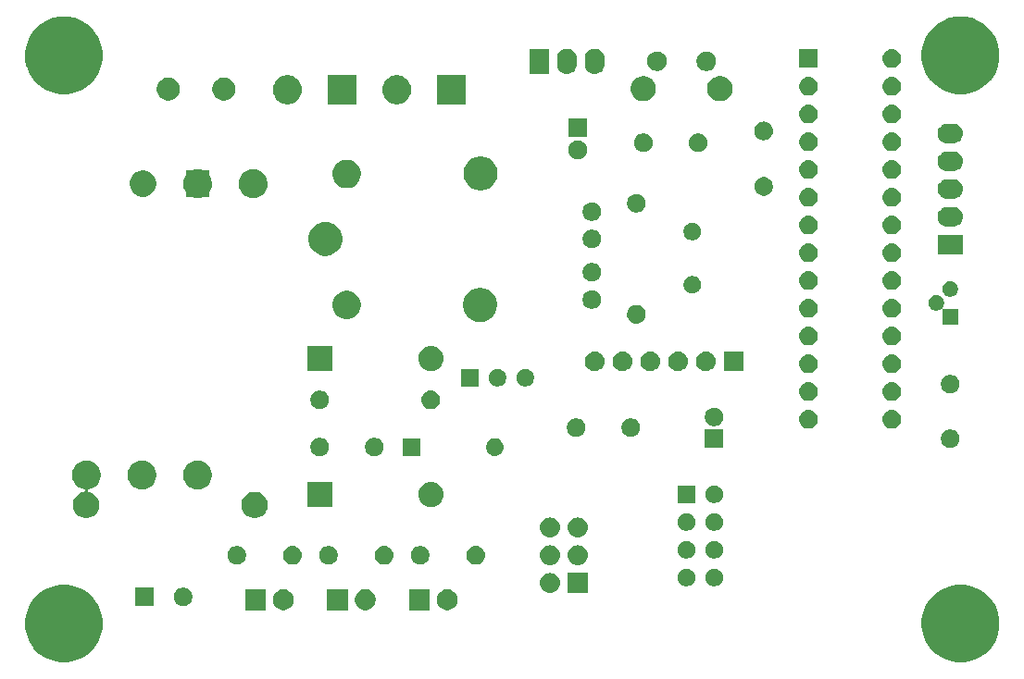
<source format=gbr>
G04 #@! TF.GenerationSoftware,KiCad,Pcbnew,(6.0.0-rc1-dev-1491-g0a4812be0)*
G04 #@! TF.CreationDate,2019-01-22T09:02:21+01:00
G04 #@! TF.ProjectId,atmega328,61746d65-6761-4333-9238-2e6b69636164,1*
G04 #@! TF.SameCoordinates,Original*
G04 #@! TF.FileFunction,Soldermask,Top*
G04 #@! TF.FilePolarity,Negative*
%FSLAX46Y46*%
G04 Gerber Fmt 4.6, Leading zero omitted, Abs format (unit mm)*
G04 Created by KiCad (PCBNEW (6.0.0-rc1-dev-1491-g0a4812be0)) date 2019-01-22 09:02:21*
%MOMM*%
%LPD*%
G04 APERTURE LIST*
%ADD10C,0.100000*%
G04 APERTURE END LIST*
D10*
X157635000Y-72044000D02*
G75*
G03X157635000Y-72044000I-635000J0D01*
G01*
X164635000Y-72044000D02*
G75*
G03X164635000Y-72044000I-635000J0D01*
G01*
X163194500Y-69544000D02*
G75*
G03X163194500Y-69544000I-444500J0D01*
G01*
X158694500Y-69544000D02*
G75*
G03X158694500Y-69544000I-444500J0D01*
G01*
G36*
X187035786Y-117585462D02*
G01*
X187035788Y-117585463D01*
X187035789Y-117585463D01*
X187682029Y-117853144D01*
X188255791Y-118236520D01*
X188263634Y-118241760D01*
X188758240Y-118736366D01*
X188758242Y-118736369D01*
X189146856Y-119317971D01*
X189414537Y-119964211D01*
X189414538Y-119964214D01*
X189551000Y-120650256D01*
X189551000Y-121349744D01*
X189534307Y-121433668D01*
X189414537Y-122035789D01*
X189146856Y-122682029D01*
X188806551Y-123191332D01*
X188758240Y-123263634D01*
X188263634Y-123758240D01*
X188263631Y-123758242D01*
X187682029Y-124146856D01*
X187035789Y-124414537D01*
X187035788Y-124414537D01*
X187035786Y-124414538D01*
X186349744Y-124551000D01*
X185650256Y-124551000D01*
X184964214Y-124414538D01*
X184964212Y-124414537D01*
X184964211Y-124414537D01*
X184317971Y-124146856D01*
X183736369Y-123758242D01*
X183736366Y-123758240D01*
X183241760Y-123263634D01*
X183193449Y-123191332D01*
X182853144Y-122682029D01*
X182585463Y-122035789D01*
X182465694Y-121433668D01*
X182449000Y-121349744D01*
X182449000Y-120650256D01*
X182585462Y-119964214D01*
X182585463Y-119964211D01*
X182853144Y-119317971D01*
X183241758Y-118736369D01*
X183241760Y-118736366D01*
X183736366Y-118241760D01*
X183744209Y-118236520D01*
X184317971Y-117853144D01*
X184964211Y-117585463D01*
X184964212Y-117585463D01*
X184964214Y-117585462D01*
X185650256Y-117449000D01*
X186349744Y-117449000D01*
X187035786Y-117585462D01*
X187035786Y-117585462D01*
G37*
G36*
X105035786Y-117585462D02*
G01*
X105035788Y-117585463D01*
X105035789Y-117585463D01*
X105682029Y-117853144D01*
X106255791Y-118236520D01*
X106263634Y-118241760D01*
X106758240Y-118736366D01*
X106758242Y-118736369D01*
X107146856Y-119317971D01*
X107414537Y-119964211D01*
X107414538Y-119964214D01*
X107551000Y-120650256D01*
X107551000Y-121349744D01*
X107534307Y-121433668D01*
X107414537Y-122035789D01*
X107146856Y-122682029D01*
X106806551Y-123191332D01*
X106758240Y-123263634D01*
X106263634Y-123758240D01*
X106263631Y-123758242D01*
X105682029Y-124146856D01*
X105035789Y-124414537D01*
X105035788Y-124414537D01*
X105035786Y-124414538D01*
X104349744Y-124551000D01*
X103650256Y-124551000D01*
X102964214Y-124414538D01*
X102964212Y-124414537D01*
X102964211Y-124414537D01*
X102317971Y-124146856D01*
X101736369Y-123758242D01*
X101736366Y-123758240D01*
X101241760Y-123263634D01*
X101193449Y-123191332D01*
X100853144Y-122682029D01*
X100585463Y-122035789D01*
X100465694Y-121433668D01*
X100449000Y-121349744D01*
X100449000Y-120650256D01*
X100585462Y-119964214D01*
X100585463Y-119964211D01*
X100853144Y-119317971D01*
X101241758Y-118736369D01*
X101241760Y-118736366D01*
X101736366Y-118241760D01*
X101744209Y-118236520D01*
X102317971Y-117853144D01*
X102964211Y-117585463D01*
X102964212Y-117585463D01*
X102964214Y-117585462D01*
X103650256Y-117449000D01*
X104349744Y-117449000D01*
X105035786Y-117585462D01*
X105035786Y-117585462D01*
G37*
G36*
X139354396Y-117910546D02*
G01*
X139527466Y-117982234D01*
X139683230Y-118086312D01*
X139815688Y-118218770D01*
X139919766Y-118374534D01*
X139991454Y-118547604D01*
X140028000Y-118731333D01*
X140028000Y-118918667D01*
X139991454Y-119102396D01*
X139919766Y-119275466D01*
X139815688Y-119431230D01*
X139683230Y-119563688D01*
X139527466Y-119667766D01*
X139354396Y-119739454D01*
X139170667Y-119776000D01*
X138983333Y-119776000D01*
X138799604Y-119739454D01*
X138626534Y-119667766D01*
X138470770Y-119563688D01*
X138338312Y-119431230D01*
X138234234Y-119275466D01*
X138162546Y-119102396D01*
X138126000Y-118918667D01*
X138126000Y-118731333D01*
X138162546Y-118547604D01*
X138234234Y-118374534D01*
X138338312Y-118218770D01*
X138470770Y-118086312D01*
X138626534Y-117982234D01*
X138799604Y-117910546D01*
X138983333Y-117874000D01*
X139170667Y-117874000D01*
X139354396Y-117910546D01*
X139354396Y-117910546D01*
G37*
G36*
X129988000Y-119776000D02*
G01*
X128086000Y-119776000D01*
X128086000Y-117874000D01*
X129988000Y-117874000D01*
X129988000Y-119776000D01*
X129988000Y-119776000D01*
G37*
G36*
X122488000Y-119776000D02*
G01*
X120586000Y-119776000D01*
X120586000Y-117874000D01*
X122488000Y-117874000D01*
X122488000Y-119776000D01*
X122488000Y-119776000D01*
G37*
G36*
X124354396Y-117910546D02*
G01*
X124527466Y-117982234D01*
X124683230Y-118086312D01*
X124815688Y-118218770D01*
X124919766Y-118374534D01*
X124991454Y-118547604D01*
X125028000Y-118731333D01*
X125028000Y-118918667D01*
X124991454Y-119102396D01*
X124919766Y-119275466D01*
X124815688Y-119431230D01*
X124683230Y-119563688D01*
X124527466Y-119667766D01*
X124354396Y-119739454D01*
X124170667Y-119776000D01*
X123983333Y-119776000D01*
X123799604Y-119739454D01*
X123626534Y-119667766D01*
X123470770Y-119563688D01*
X123338312Y-119431230D01*
X123234234Y-119275466D01*
X123162546Y-119102396D01*
X123126000Y-118918667D01*
X123126000Y-118731333D01*
X123162546Y-118547604D01*
X123234234Y-118374534D01*
X123338312Y-118218770D01*
X123470770Y-118086312D01*
X123626534Y-117982234D01*
X123799604Y-117910546D01*
X123983333Y-117874000D01*
X124170667Y-117874000D01*
X124354396Y-117910546D01*
X124354396Y-117910546D01*
G37*
G36*
X137488000Y-119776000D02*
G01*
X135586000Y-119776000D01*
X135586000Y-117874000D01*
X137488000Y-117874000D01*
X137488000Y-119776000D01*
X137488000Y-119776000D01*
G37*
G36*
X131854396Y-117910546D02*
G01*
X132027466Y-117982234D01*
X132183230Y-118086312D01*
X132315688Y-118218770D01*
X132419766Y-118374534D01*
X132491454Y-118547604D01*
X132528000Y-118731333D01*
X132528000Y-118918667D01*
X132491454Y-119102396D01*
X132419766Y-119275466D01*
X132315688Y-119431230D01*
X132183230Y-119563688D01*
X132027466Y-119667766D01*
X131854396Y-119739454D01*
X131670667Y-119776000D01*
X131483333Y-119776000D01*
X131299604Y-119739454D01*
X131126534Y-119667766D01*
X130970770Y-119563688D01*
X130838312Y-119431230D01*
X130734234Y-119275466D01*
X130662546Y-119102396D01*
X130626000Y-118918667D01*
X130626000Y-118731333D01*
X130662546Y-118547604D01*
X130734234Y-118374534D01*
X130838312Y-118218770D01*
X130970770Y-118086312D01*
X131126534Y-117982234D01*
X131299604Y-117910546D01*
X131483333Y-117874000D01*
X131670667Y-117874000D01*
X131854396Y-117910546D01*
X131854396Y-117910546D01*
G37*
G36*
X115150228Y-117747703D02*
G01*
X115305100Y-117811853D01*
X115444481Y-117904985D01*
X115563015Y-118023519D01*
X115656147Y-118162900D01*
X115720297Y-118317772D01*
X115753000Y-118482184D01*
X115753000Y-118649816D01*
X115720297Y-118814228D01*
X115656147Y-118969100D01*
X115563015Y-119108481D01*
X115444481Y-119227015D01*
X115305100Y-119320147D01*
X115150228Y-119384297D01*
X114985816Y-119417000D01*
X114818184Y-119417000D01*
X114653772Y-119384297D01*
X114498900Y-119320147D01*
X114359519Y-119227015D01*
X114240985Y-119108481D01*
X114147853Y-118969100D01*
X114083703Y-118814228D01*
X114051000Y-118649816D01*
X114051000Y-118482184D01*
X114083703Y-118317772D01*
X114147853Y-118162900D01*
X114240985Y-118023519D01*
X114359519Y-117904985D01*
X114498900Y-117811853D01*
X114653772Y-117747703D01*
X114818184Y-117715000D01*
X114985816Y-117715000D01*
X115150228Y-117747703D01*
X115150228Y-117747703D01*
G37*
G36*
X112253000Y-119417000D02*
G01*
X110551000Y-119417000D01*
X110551000Y-117715000D01*
X112253000Y-117715000D01*
X112253000Y-119417000D01*
X112253000Y-119417000D01*
G37*
G36*
X151914600Y-118210600D02*
G01*
X150085400Y-118210600D01*
X150085400Y-116381400D01*
X151914600Y-116381400D01*
X151914600Y-118210600D01*
X151914600Y-118210600D01*
G37*
G36*
X148639294Y-116394633D02*
G01*
X148811694Y-116446931D01*
X148811696Y-116446932D01*
X148970583Y-116531859D01*
X149109849Y-116646151D01*
X149224141Y-116785417D01*
X149309068Y-116944304D01*
X149309069Y-116944306D01*
X149361367Y-117116706D01*
X149379025Y-117296000D01*
X149361367Y-117475294D01*
X149309069Y-117647694D01*
X149309068Y-117647696D01*
X149224141Y-117806583D01*
X149109849Y-117945849D01*
X148970583Y-118060141D01*
X148811696Y-118145068D01*
X148811694Y-118145069D01*
X148639294Y-118197367D01*
X148504931Y-118210600D01*
X148415069Y-118210600D01*
X148280706Y-118197367D01*
X148108306Y-118145069D01*
X148108304Y-118145068D01*
X147949417Y-118060141D01*
X147810151Y-117945849D01*
X147695859Y-117806583D01*
X147610932Y-117647696D01*
X147610931Y-117647694D01*
X147558633Y-117475294D01*
X147540975Y-117296000D01*
X147558633Y-117116706D01*
X147610931Y-116944306D01*
X147610932Y-116944304D01*
X147695859Y-116785417D01*
X147810151Y-116646151D01*
X147949417Y-116531859D01*
X148108304Y-116446932D01*
X148108306Y-116446931D01*
X148280706Y-116394633D01*
X148415069Y-116381400D01*
X148504931Y-116381400D01*
X148639294Y-116394633D01*
X148639294Y-116394633D01*
G37*
G36*
X161169142Y-116006242D02*
G01*
X161317102Y-116067530D01*
X161450258Y-116156502D01*
X161563498Y-116269742D01*
X161652470Y-116402898D01*
X161713758Y-116550858D01*
X161745000Y-116707925D01*
X161745000Y-116868075D01*
X161713758Y-117025142D01*
X161652470Y-117173102D01*
X161563498Y-117306258D01*
X161450258Y-117419498D01*
X161317102Y-117508470D01*
X161169142Y-117569758D01*
X161012075Y-117601000D01*
X160851925Y-117601000D01*
X160694858Y-117569758D01*
X160546898Y-117508470D01*
X160413742Y-117419498D01*
X160300502Y-117306258D01*
X160211530Y-117173102D01*
X160150242Y-117025142D01*
X160119000Y-116868075D01*
X160119000Y-116707925D01*
X160150242Y-116550858D01*
X160211530Y-116402898D01*
X160300502Y-116269742D01*
X160413742Y-116156502D01*
X160546898Y-116067530D01*
X160694858Y-116006242D01*
X160851925Y-115975000D01*
X161012075Y-115975000D01*
X161169142Y-116006242D01*
X161169142Y-116006242D01*
G37*
G36*
X163709142Y-116006242D02*
G01*
X163857102Y-116067530D01*
X163990258Y-116156502D01*
X164103498Y-116269742D01*
X164192470Y-116402898D01*
X164253758Y-116550858D01*
X164285000Y-116707925D01*
X164285000Y-116868075D01*
X164253758Y-117025142D01*
X164192470Y-117173102D01*
X164103498Y-117306258D01*
X163990258Y-117419498D01*
X163857102Y-117508470D01*
X163709142Y-117569758D01*
X163552075Y-117601000D01*
X163391925Y-117601000D01*
X163234858Y-117569758D01*
X163086898Y-117508470D01*
X162953742Y-117419498D01*
X162840502Y-117306258D01*
X162751530Y-117173102D01*
X162690242Y-117025142D01*
X162659000Y-116868075D01*
X162659000Y-116707925D01*
X162690242Y-116550858D01*
X162751530Y-116402898D01*
X162840502Y-116269742D01*
X162953742Y-116156502D01*
X163086898Y-116067530D01*
X163234858Y-116006242D01*
X163391925Y-115975000D01*
X163552075Y-115975000D01*
X163709142Y-116006242D01*
X163709142Y-116006242D01*
G37*
G36*
X151179294Y-113854633D02*
G01*
X151351694Y-113906931D01*
X151351696Y-113906932D01*
X151510583Y-113991859D01*
X151649849Y-114106151D01*
X151764141Y-114245417D01*
X151821592Y-114352900D01*
X151849069Y-114404306D01*
X151901367Y-114576706D01*
X151919025Y-114756000D01*
X151901367Y-114935294D01*
X151849069Y-115107694D01*
X151849068Y-115107696D01*
X151764141Y-115266583D01*
X151649849Y-115405849D01*
X151510583Y-115520141D01*
X151409266Y-115574296D01*
X151351694Y-115605069D01*
X151179294Y-115657367D01*
X151044931Y-115670600D01*
X150955069Y-115670600D01*
X150820706Y-115657367D01*
X150648306Y-115605069D01*
X150590734Y-115574296D01*
X150489417Y-115520141D01*
X150350151Y-115405849D01*
X150235859Y-115266583D01*
X150150932Y-115107696D01*
X150150931Y-115107694D01*
X150098633Y-114935294D01*
X150080975Y-114756000D01*
X150098633Y-114576706D01*
X150150931Y-114404306D01*
X150178408Y-114352900D01*
X150235859Y-114245417D01*
X150350151Y-114106151D01*
X150489417Y-113991859D01*
X150648304Y-113906932D01*
X150648306Y-113906931D01*
X150820706Y-113854633D01*
X150955069Y-113841400D01*
X151044931Y-113841400D01*
X151179294Y-113854633D01*
X151179294Y-113854633D01*
G37*
G36*
X148639294Y-113854633D02*
G01*
X148811694Y-113906931D01*
X148811696Y-113906932D01*
X148970583Y-113991859D01*
X149109849Y-114106151D01*
X149224141Y-114245417D01*
X149281592Y-114352900D01*
X149309069Y-114404306D01*
X149361367Y-114576706D01*
X149379025Y-114756000D01*
X149361367Y-114935294D01*
X149309069Y-115107694D01*
X149309068Y-115107696D01*
X149224141Y-115266583D01*
X149109849Y-115405849D01*
X148970583Y-115520141D01*
X148869266Y-115574296D01*
X148811694Y-115605069D01*
X148639294Y-115657367D01*
X148504931Y-115670600D01*
X148415069Y-115670600D01*
X148280706Y-115657367D01*
X148108306Y-115605069D01*
X148050734Y-115574296D01*
X147949417Y-115520141D01*
X147810151Y-115405849D01*
X147695859Y-115266583D01*
X147610932Y-115107696D01*
X147610931Y-115107694D01*
X147558633Y-114935294D01*
X147540975Y-114756000D01*
X147558633Y-114576706D01*
X147610931Y-114404306D01*
X147638408Y-114352900D01*
X147695859Y-114245417D01*
X147810151Y-114106151D01*
X147949417Y-113991859D01*
X148108304Y-113906932D01*
X148108306Y-113906931D01*
X148280706Y-113854633D01*
X148415069Y-113841400D01*
X148504931Y-113841400D01*
X148639294Y-113854633D01*
X148639294Y-113854633D01*
G37*
G36*
X128446228Y-113937703D02*
G01*
X128601100Y-114001853D01*
X128740481Y-114094985D01*
X128859015Y-114213519D01*
X128952147Y-114352900D01*
X129016297Y-114507772D01*
X129049000Y-114672184D01*
X129049000Y-114839816D01*
X129016297Y-115004228D01*
X128952147Y-115159100D01*
X128859015Y-115298481D01*
X128740481Y-115417015D01*
X128601100Y-115510147D01*
X128446228Y-115574297D01*
X128281816Y-115607000D01*
X128114184Y-115607000D01*
X127949772Y-115574297D01*
X127794900Y-115510147D01*
X127655519Y-115417015D01*
X127536985Y-115298481D01*
X127443853Y-115159100D01*
X127379703Y-115004228D01*
X127347000Y-114839816D01*
X127347000Y-114672184D01*
X127379703Y-114507772D01*
X127443853Y-114352900D01*
X127536985Y-114213519D01*
X127655519Y-114094985D01*
X127794900Y-114001853D01*
X127949772Y-113937703D01*
X128114184Y-113905000D01*
X128281816Y-113905000D01*
X128446228Y-113937703D01*
X128446228Y-113937703D01*
G37*
G36*
X133444821Y-113917313D02*
G01*
X133444824Y-113917314D01*
X133444825Y-113917314D01*
X133605239Y-113965975D01*
X133605241Y-113965976D01*
X133605244Y-113965977D01*
X133753078Y-114044995D01*
X133882659Y-114151341D01*
X133989005Y-114280922D01*
X134068023Y-114428756D01*
X134068024Y-114428759D01*
X134068025Y-114428761D01*
X134112904Y-114576707D01*
X134116687Y-114589179D01*
X134133117Y-114756000D01*
X134116687Y-114922821D01*
X134116686Y-114922824D01*
X134116686Y-114922825D01*
X134084249Y-115029757D01*
X134068023Y-115083244D01*
X133989005Y-115231078D01*
X133882659Y-115360659D01*
X133753078Y-115467005D01*
X133605244Y-115546023D01*
X133605241Y-115546024D01*
X133605239Y-115546025D01*
X133444825Y-115594686D01*
X133444824Y-115594686D01*
X133444821Y-115594687D01*
X133319804Y-115607000D01*
X133236196Y-115607000D01*
X133111179Y-115594687D01*
X133111176Y-115594686D01*
X133111175Y-115594686D01*
X132950761Y-115546025D01*
X132950759Y-115546024D01*
X132950756Y-115546023D01*
X132802922Y-115467005D01*
X132673341Y-115360659D01*
X132566995Y-115231078D01*
X132487977Y-115083244D01*
X132471752Y-115029757D01*
X132439314Y-114922825D01*
X132439314Y-114922824D01*
X132439313Y-114922821D01*
X132422883Y-114756000D01*
X132439313Y-114589179D01*
X132443096Y-114576707D01*
X132487975Y-114428761D01*
X132487976Y-114428759D01*
X132487977Y-114428756D01*
X132566995Y-114280922D01*
X132673341Y-114151341D01*
X132802922Y-114044995D01*
X132950756Y-113965977D01*
X132950759Y-113965976D01*
X132950761Y-113965975D01*
X133111175Y-113917314D01*
X133111176Y-113917314D01*
X133111179Y-113917313D01*
X133236196Y-113905000D01*
X133319804Y-113905000D01*
X133444821Y-113917313D01*
X133444821Y-113917313D01*
G37*
G36*
X136828228Y-113937703D02*
G01*
X136983100Y-114001853D01*
X137122481Y-114094985D01*
X137241015Y-114213519D01*
X137334147Y-114352900D01*
X137398297Y-114507772D01*
X137431000Y-114672184D01*
X137431000Y-114839816D01*
X137398297Y-115004228D01*
X137334147Y-115159100D01*
X137241015Y-115298481D01*
X137122481Y-115417015D01*
X136983100Y-115510147D01*
X136828228Y-115574297D01*
X136663816Y-115607000D01*
X136496184Y-115607000D01*
X136331772Y-115574297D01*
X136176900Y-115510147D01*
X136037519Y-115417015D01*
X135918985Y-115298481D01*
X135825853Y-115159100D01*
X135761703Y-115004228D01*
X135729000Y-114839816D01*
X135729000Y-114672184D01*
X135761703Y-114507772D01*
X135825853Y-114352900D01*
X135918985Y-114213519D01*
X136037519Y-114094985D01*
X136176900Y-114001853D01*
X136331772Y-113937703D01*
X136496184Y-113905000D01*
X136663816Y-113905000D01*
X136828228Y-113937703D01*
X136828228Y-113937703D01*
G37*
G36*
X120064228Y-113937703D02*
G01*
X120219100Y-114001853D01*
X120358481Y-114094985D01*
X120477015Y-114213519D01*
X120570147Y-114352900D01*
X120634297Y-114507772D01*
X120667000Y-114672184D01*
X120667000Y-114839816D01*
X120634297Y-115004228D01*
X120570147Y-115159100D01*
X120477015Y-115298481D01*
X120358481Y-115417015D01*
X120219100Y-115510147D01*
X120064228Y-115574297D01*
X119899816Y-115607000D01*
X119732184Y-115607000D01*
X119567772Y-115574297D01*
X119412900Y-115510147D01*
X119273519Y-115417015D01*
X119154985Y-115298481D01*
X119061853Y-115159100D01*
X118997703Y-115004228D01*
X118965000Y-114839816D01*
X118965000Y-114672184D01*
X118997703Y-114507772D01*
X119061853Y-114352900D01*
X119154985Y-114213519D01*
X119273519Y-114094985D01*
X119412900Y-114001853D01*
X119567772Y-113937703D01*
X119732184Y-113905000D01*
X119899816Y-113905000D01*
X120064228Y-113937703D01*
X120064228Y-113937703D01*
G37*
G36*
X125062821Y-113917313D02*
G01*
X125062824Y-113917314D01*
X125062825Y-113917314D01*
X125223239Y-113965975D01*
X125223241Y-113965976D01*
X125223244Y-113965977D01*
X125371078Y-114044995D01*
X125500659Y-114151341D01*
X125607005Y-114280922D01*
X125686023Y-114428756D01*
X125686024Y-114428759D01*
X125686025Y-114428761D01*
X125730904Y-114576707D01*
X125734687Y-114589179D01*
X125751117Y-114756000D01*
X125734687Y-114922821D01*
X125734686Y-114922824D01*
X125734686Y-114922825D01*
X125702249Y-115029757D01*
X125686023Y-115083244D01*
X125607005Y-115231078D01*
X125500659Y-115360659D01*
X125371078Y-115467005D01*
X125223244Y-115546023D01*
X125223241Y-115546024D01*
X125223239Y-115546025D01*
X125062825Y-115594686D01*
X125062824Y-115594686D01*
X125062821Y-115594687D01*
X124937804Y-115607000D01*
X124854196Y-115607000D01*
X124729179Y-115594687D01*
X124729176Y-115594686D01*
X124729175Y-115594686D01*
X124568761Y-115546025D01*
X124568759Y-115546024D01*
X124568756Y-115546023D01*
X124420922Y-115467005D01*
X124291341Y-115360659D01*
X124184995Y-115231078D01*
X124105977Y-115083244D01*
X124089752Y-115029757D01*
X124057314Y-114922825D01*
X124057314Y-114922824D01*
X124057313Y-114922821D01*
X124040883Y-114756000D01*
X124057313Y-114589179D01*
X124061096Y-114576707D01*
X124105975Y-114428761D01*
X124105976Y-114428759D01*
X124105977Y-114428756D01*
X124184995Y-114280922D01*
X124291341Y-114151341D01*
X124420922Y-114044995D01*
X124568756Y-113965977D01*
X124568759Y-113965976D01*
X124568761Y-113965975D01*
X124729175Y-113917314D01*
X124729176Y-113917314D01*
X124729179Y-113917313D01*
X124854196Y-113905000D01*
X124937804Y-113905000D01*
X125062821Y-113917313D01*
X125062821Y-113917313D01*
G37*
G36*
X141826821Y-113917313D02*
G01*
X141826824Y-113917314D01*
X141826825Y-113917314D01*
X141987239Y-113965975D01*
X141987241Y-113965976D01*
X141987244Y-113965977D01*
X142135078Y-114044995D01*
X142264659Y-114151341D01*
X142371005Y-114280922D01*
X142450023Y-114428756D01*
X142450024Y-114428759D01*
X142450025Y-114428761D01*
X142494904Y-114576707D01*
X142498687Y-114589179D01*
X142515117Y-114756000D01*
X142498687Y-114922821D01*
X142498686Y-114922824D01*
X142498686Y-114922825D01*
X142466249Y-115029757D01*
X142450023Y-115083244D01*
X142371005Y-115231078D01*
X142264659Y-115360659D01*
X142135078Y-115467005D01*
X141987244Y-115546023D01*
X141987241Y-115546024D01*
X141987239Y-115546025D01*
X141826825Y-115594686D01*
X141826824Y-115594686D01*
X141826821Y-115594687D01*
X141701804Y-115607000D01*
X141618196Y-115607000D01*
X141493179Y-115594687D01*
X141493176Y-115594686D01*
X141493175Y-115594686D01*
X141332761Y-115546025D01*
X141332759Y-115546024D01*
X141332756Y-115546023D01*
X141184922Y-115467005D01*
X141055341Y-115360659D01*
X140948995Y-115231078D01*
X140869977Y-115083244D01*
X140853752Y-115029757D01*
X140821314Y-114922825D01*
X140821314Y-114922824D01*
X140821313Y-114922821D01*
X140804883Y-114756000D01*
X140821313Y-114589179D01*
X140825096Y-114576707D01*
X140869975Y-114428761D01*
X140869976Y-114428759D01*
X140869977Y-114428756D01*
X140948995Y-114280922D01*
X141055341Y-114151341D01*
X141184922Y-114044995D01*
X141332756Y-113965977D01*
X141332759Y-113965976D01*
X141332761Y-113965975D01*
X141493175Y-113917314D01*
X141493176Y-113917314D01*
X141493179Y-113917313D01*
X141618196Y-113905000D01*
X141701804Y-113905000D01*
X141826821Y-113917313D01*
X141826821Y-113917313D01*
G37*
G36*
X163709142Y-113466242D02*
G01*
X163857102Y-113527530D01*
X163990258Y-113616502D01*
X164103498Y-113729742D01*
X164192470Y-113862898D01*
X164253758Y-114010858D01*
X164285000Y-114167925D01*
X164285000Y-114328075D01*
X164253758Y-114485142D01*
X164192470Y-114633102D01*
X164103498Y-114766258D01*
X163990258Y-114879498D01*
X163857102Y-114968470D01*
X163709142Y-115029758D01*
X163552075Y-115061000D01*
X163391925Y-115061000D01*
X163234858Y-115029758D01*
X163086898Y-114968470D01*
X162953742Y-114879498D01*
X162840502Y-114766258D01*
X162751530Y-114633102D01*
X162690242Y-114485142D01*
X162659000Y-114328075D01*
X162659000Y-114167925D01*
X162690242Y-114010858D01*
X162751530Y-113862898D01*
X162840502Y-113729742D01*
X162953742Y-113616502D01*
X163086898Y-113527530D01*
X163234858Y-113466242D01*
X163391925Y-113435000D01*
X163552075Y-113435000D01*
X163709142Y-113466242D01*
X163709142Y-113466242D01*
G37*
G36*
X161169142Y-113466242D02*
G01*
X161317102Y-113527530D01*
X161450258Y-113616502D01*
X161563498Y-113729742D01*
X161652470Y-113862898D01*
X161713758Y-114010858D01*
X161745000Y-114167925D01*
X161745000Y-114328075D01*
X161713758Y-114485142D01*
X161652470Y-114633102D01*
X161563498Y-114766258D01*
X161450258Y-114879498D01*
X161317102Y-114968470D01*
X161169142Y-115029758D01*
X161012075Y-115061000D01*
X160851925Y-115061000D01*
X160694858Y-115029758D01*
X160546898Y-114968470D01*
X160413742Y-114879498D01*
X160300502Y-114766258D01*
X160211530Y-114633102D01*
X160150242Y-114485142D01*
X160119000Y-114328075D01*
X160119000Y-114167925D01*
X160150242Y-114010858D01*
X160211530Y-113862898D01*
X160300502Y-113729742D01*
X160413742Y-113616502D01*
X160546898Y-113527530D01*
X160694858Y-113466242D01*
X160851925Y-113435000D01*
X161012075Y-113435000D01*
X161169142Y-113466242D01*
X161169142Y-113466242D01*
G37*
G36*
X151179294Y-111314633D02*
G01*
X151351694Y-111366931D01*
X151351696Y-111366932D01*
X151510583Y-111451859D01*
X151649849Y-111566151D01*
X151764141Y-111705417D01*
X151849068Y-111864304D01*
X151849069Y-111864306D01*
X151901367Y-112036706D01*
X151919025Y-112216000D01*
X151901367Y-112395294D01*
X151849069Y-112567694D01*
X151849068Y-112567696D01*
X151764141Y-112726583D01*
X151649849Y-112865849D01*
X151510583Y-112980141D01*
X151351696Y-113065068D01*
X151351694Y-113065069D01*
X151179294Y-113117367D01*
X151044931Y-113130600D01*
X150955069Y-113130600D01*
X150820706Y-113117367D01*
X150648306Y-113065069D01*
X150648304Y-113065068D01*
X150489417Y-112980141D01*
X150350151Y-112865849D01*
X150235859Y-112726583D01*
X150150932Y-112567696D01*
X150150931Y-112567694D01*
X150098633Y-112395294D01*
X150080975Y-112216000D01*
X150098633Y-112036706D01*
X150150931Y-111864306D01*
X150150932Y-111864304D01*
X150235859Y-111705417D01*
X150350151Y-111566151D01*
X150489417Y-111451859D01*
X150648304Y-111366932D01*
X150648306Y-111366931D01*
X150820706Y-111314633D01*
X150955069Y-111301400D01*
X151044931Y-111301400D01*
X151179294Y-111314633D01*
X151179294Y-111314633D01*
G37*
G36*
X148639294Y-111314633D02*
G01*
X148811694Y-111366931D01*
X148811696Y-111366932D01*
X148970583Y-111451859D01*
X149109849Y-111566151D01*
X149224141Y-111705417D01*
X149309068Y-111864304D01*
X149309069Y-111864306D01*
X149361367Y-112036706D01*
X149379025Y-112216000D01*
X149361367Y-112395294D01*
X149309069Y-112567694D01*
X149309068Y-112567696D01*
X149224141Y-112726583D01*
X149109849Y-112865849D01*
X148970583Y-112980141D01*
X148811696Y-113065068D01*
X148811694Y-113065069D01*
X148639294Y-113117367D01*
X148504931Y-113130600D01*
X148415069Y-113130600D01*
X148280706Y-113117367D01*
X148108306Y-113065069D01*
X148108304Y-113065068D01*
X147949417Y-112980141D01*
X147810151Y-112865849D01*
X147695859Y-112726583D01*
X147610932Y-112567696D01*
X147610931Y-112567694D01*
X147558633Y-112395294D01*
X147540975Y-112216000D01*
X147558633Y-112036706D01*
X147610931Y-111864306D01*
X147610932Y-111864304D01*
X147695859Y-111705417D01*
X147810151Y-111566151D01*
X147949417Y-111451859D01*
X148108304Y-111366932D01*
X148108306Y-111366931D01*
X148280706Y-111314633D01*
X148415069Y-111301400D01*
X148504931Y-111301400D01*
X148639294Y-111314633D01*
X148639294Y-111314633D01*
G37*
G36*
X163709142Y-110926242D02*
G01*
X163857102Y-110987530D01*
X163924130Y-111032317D01*
X163990257Y-111076501D01*
X164103499Y-111189743D01*
X164147683Y-111255870D01*
X164192470Y-111322898D01*
X164253758Y-111470858D01*
X164285000Y-111627925D01*
X164285000Y-111788075D01*
X164253758Y-111945142D01*
X164192470Y-112093102D01*
X164103498Y-112226258D01*
X163990258Y-112339498D01*
X163857102Y-112428470D01*
X163709142Y-112489758D01*
X163552075Y-112521000D01*
X163391925Y-112521000D01*
X163234858Y-112489758D01*
X163086898Y-112428470D01*
X162953742Y-112339498D01*
X162840502Y-112226258D01*
X162751530Y-112093102D01*
X162690242Y-111945142D01*
X162659000Y-111788075D01*
X162659000Y-111627925D01*
X162690242Y-111470858D01*
X162751530Y-111322898D01*
X162796317Y-111255870D01*
X162840501Y-111189743D01*
X162953743Y-111076501D01*
X163019870Y-111032317D01*
X163086898Y-110987530D01*
X163234858Y-110926242D01*
X163391925Y-110895000D01*
X163552075Y-110895000D01*
X163709142Y-110926242D01*
X163709142Y-110926242D01*
G37*
G36*
X161169142Y-110926242D02*
G01*
X161317102Y-110987530D01*
X161384130Y-111032317D01*
X161450257Y-111076501D01*
X161563499Y-111189743D01*
X161607683Y-111255870D01*
X161652470Y-111322898D01*
X161713758Y-111470858D01*
X161745000Y-111627925D01*
X161745000Y-111788075D01*
X161713758Y-111945142D01*
X161652470Y-112093102D01*
X161563498Y-112226258D01*
X161450258Y-112339498D01*
X161317102Y-112428470D01*
X161169142Y-112489758D01*
X161012075Y-112521000D01*
X160851925Y-112521000D01*
X160694858Y-112489758D01*
X160546898Y-112428470D01*
X160413742Y-112339498D01*
X160300502Y-112226258D01*
X160211530Y-112093102D01*
X160150242Y-111945142D01*
X160119000Y-111788075D01*
X160119000Y-111627925D01*
X160150242Y-111470858D01*
X160211530Y-111322898D01*
X160256317Y-111255870D01*
X160300501Y-111189743D01*
X160413743Y-111076501D01*
X160479870Y-111032317D01*
X160546898Y-110987530D01*
X160694858Y-110926242D01*
X160851925Y-110895000D01*
X161012075Y-110895000D01*
X161169142Y-110926242D01*
X161169142Y-110926242D01*
G37*
G36*
X121790316Y-108985153D02*
G01*
X121790318Y-108985154D01*
X121790319Y-108985154D01*
X121871056Y-109018597D01*
X122008888Y-109075688D01*
X122027203Y-109087926D01*
X122205593Y-109207122D01*
X122372878Y-109374407D01*
X122393414Y-109405142D01*
X122504312Y-109571112D01*
X122594847Y-109789684D01*
X122641000Y-110021710D01*
X122641000Y-110258290D01*
X122594847Y-110490316D01*
X122504312Y-110708888D01*
X122438371Y-110807576D01*
X122372878Y-110905593D01*
X122205593Y-111072878D01*
X122107576Y-111138371D01*
X122008888Y-111204312D01*
X121871056Y-111261403D01*
X121790319Y-111294846D01*
X121790318Y-111294846D01*
X121790316Y-111294847D01*
X121558290Y-111341000D01*
X121321710Y-111341000D01*
X121089684Y-111294847D01*
X121089682Y-111294846D01*
X121089681Y-111294846D01*
X121008944Y-111261403D01*
X120871112Y-111204312D01*
X120772424Y-111138371D01*
X120674407Y-111072878D01*
X120507122Y-110905593D01*
X120441629Y-110807576D01*
X120375688Y-110708888D01*
X120285153Y-110490316D01*
X120239000Y-110258290D01*
X120239000Y-110021710D01*
X120285153Y-109789684D01*
X120375688Y-109571112D01*
X120486586Y-109405142D01*
X120507122Y-109374407D01*
X120674407Y-109207122D01*
X120852797Y-109087926D01*
X120871112Y-109075688D01*
X121008944Y-109018597D01*
X121089681Y-108985154D01*
X121089682Y-108985154D01*
X121089684Y-108985153D01*
X121321710Y-108939000D01*
X121558290Y-108939000D01*
X121790316Y-108985153D01*
X121790316Y-108985153D01*
G37*
G36*
X106380250Y-106122843D02*
G01*
X106465322Y-106139765D01*
X106535735Y-106168931D01*
X106705728Y-106239344D01*
X106922092Y-106383914D01*
X107106086Y-106567908D01*
X107250656Y-106784272D01*
X107350235Y-107024679D01*
X107401000Y-107279891D01*
X107401000Y-107540109D01*
X107350235Y-107795321D01*
X107250656Y-108035728D01*
X107106086Y-108252092D01*
X106922092Y-108436086D01*
X106705728Y-108580656D01*
X106465322Y-108680235D01*
X106277697Y-108717556D01*
X106254248Y-108724669D01*
X106232638Y-108736220D01*
X106213695Y-108751766D01*
X106198150Y-108770708D01*
X106186599Y-108792319D01*
X106179486Y-108815768D01*
X106177084Y-108840154D01*
X106179486Y-108864541D01*
X106186599Y-108887990D01*
X106198150Y-108909600D01*
X106213696Y-108928543D01*
X106232638Y-108944088D01*
X106254249Y-108955639D01*
X106277698Y-108962752D01*
X106390317Y-108985153D01*
X106608888Y-109075688D01*
X106627203Y-109087926D01*
X106805593Y-109207122D01*
X106972878Y-109374407D01*
X106993414Y-109405142D01*
X107104312Y-109571112D01*
X107194847Y-109789684D01*
X107241000Y-110021710D01*
X107241000Y-110258290D01*
X107194847Y-110490316D01*
X107104312Y-110708888D01*
X107038371Y-110807576D01*
X106972878Y-110905593D01*
X106805593Y-111072878D01*
X106707576Y-111138371D01*
X106608888Y-111204312D01*
X106471056Y-111261403D01*
X106390319Y-111294846D01*
X106390318Y-111294846D01*
X106390316Y-111294847D01*
X106158290Y-111341000D01*
X105921710Y-111341000D01*
X105689684Y-111294847D01*
X105689682Y-111294846D01*
X105689681Y-111294846D01*
X105608944Y-111261403D01*
X105471112Y-111204312D01*
X105372424Y-111138371D01*
X105274407Y-111072878D01*
X105107122Y-110905593D01*
X105041629Y-110807576D01*
X104975688Y-110708888D01*
X104885153Y-110490316D01*
X104839000Y-110258290D01*
X104839000Y-110021710D01*
X104885153Y-109789684D01*
X104975688Y-109571112D01*
X105086586Y-109405142D01*
X105107122Y-109374407D01*
X105274407Y-109207122D01*
X105452797Y-109087926D01*
X105471112Y-109075688D01*
X105608944Y-109018597D01*
X105689681Y-108985154D01*
X105689682Y-108985154D01*
X105689684Y-108985153D01*
X105842302Y-108954795D01*
X105865751Y-108947682D01*
X105887362Y-108936131D01*
X105906304Y-108920585D01*
X105921850Y-108901643D01*
X105933401Y-108880032D01*
X105940514Y-108856583D01*
X105942916Y-108832197D01*
X105940514Y-108807811D01*
X105933401Y-108784362D01*
X105921850Y-108762751D01*
X105906304Y-108743809D01*
X105887362Y-108728263D01*
X105865751Y-108716712D01*
X105842302Y-108709599D01*
X105839730Y-108709087D01*
X105694678Y-108680235D01*
X105621062Y-108649742D01*
X105454272Y-108580656D01*
X105237908Y-108436086D01*
X105053914Y-108252092D01*
X104909344Y-108035728D01*
X104809765Y-107795321D01*
X104759000Y-107540109D01*
X104759000Y-107279891D01*
X104809765Y-107024679D01*
X104909344Y-106784272D01*
X105053914Y-106567908D01*
X105237908Y-106383914D01*
X105454272Y-106239344D01*
X105624265Y-106168931D01*
X105694678Y-106139765D01*
X105779750Y-106122843D01*
X105949891Y-106089000D01*
X106210109Y-106089000D01*
X106380250Y-106122843D01*
X106380250Y-106122843D01*
G37*
G36*
X137688180Y-108023662D02*
G01*
X137789635Y-108033654D01*
X138006600Y-108099470D01*
X138006602Y-108099471D01*
X138006605Y-108099472D01*
X138206556Y-108206347D01*
X138381818Y-108350182D01*
X138525653Y-108525444D01*
X138632528Y-108725395D01*
X138632529Y-108725398D01*
X138632530Y-108725400D01*
X138698346Y-108942365D01*
X138720569Y-109168000D01*
X138698346Y-109393635D01*
X138644508Y-109571113D01*
X138632528Y-109610605D01*
X138525653Y-109810556D01*
X138381818Y-109985818D01*
X138206556Y-110129653D01*
X138006605Y-110236528D01*
X138006602Y-110236529D01*
X138006600Y-110236530D01*
X137789635Y-110302346D01*
X137688180Y-110312338D01*
X137620545Y-110319000D01*
X137507455Y-110319000D01*
X137439820Y-110312338D01*
X137338365Y-110302346D01*
X137121400Y-110236530D01*
X137121398Y-110236529D01*
X137121395Y-110236528D01*
X136921444Y-110129653D01*
X136746182Y-109985818D01*
X136602347Y-109810556D01*
X136495472Y-109610605D01*
X136483492Y-109571113D01*
X136429654Y-109393635D01*
X136407431Y-109168000D01*
X136429654Y-108942365D01*
X136495470Y-108725400D01*
X136495471Y-108725398D01*
X136495472Y-108725395D01*
X136602347Y-108525444D01*
X136746182Y-108350182D01*
X136921444Y-108206347D01*
X137121395Y-108099472D01*
X137121398Y-108099471D01*
X137121400Y-108099470D01*
X137338365Y-108033654D01*
X137439820Y-108023662D01*
X137507455Y-108017000D01*
X137620545Y-108017000D01*
X137688180Y-108023662D01*
X137688180Y-108023662D01*
G37*
G36*
X128555000Y-110319000D02*
G01*
X126253000Y-110319000D01*
X126253000Y-108017000D01*
X128555000Y-108017000D01*
X128555000Y-110319000D01*
X128555000Y-110319000D01*
G37*
G36*
X163709142Y-108386242D02*
G01*
X163857102Y-108447530D01*
X163990258Y-108536502D01*
X164103498Y-108649742D01*
X164166352Y-108743809D01*
X164192471Y-108782900D01*
X164206085Y-108815768D01*
X164253758Y-108930858D01*
X164285000Y-109087925D01*
X164285000Y-109248075D01*
X164253758Y-109405142D01*
X164192470Y-109553102D01*
X164103498Y-109686258D01*
X163990258Y-109799498D01*
X163857102Y-109888470D01*
X163709142Y-109949758D01*
X163552075Y-109981000D01*
X163391925Y-109981000D01*
X163234858Y-109949758D01*
X163086898Y-109888470D01*
X162953742Y-109799498D01*
X162840502Y-109686258D01*
X162751530Y-109553102D01*
X162690242Y-109405142D01*
X162659000Y-109248075D01*
X162659000Y-109087925D01*
X162690242Y-108930858D01*
X162737915Y-108815768D01*
X162751529Y-108782900D01*
X162777649Y-108743809D01*
X162840502Y-108649742D01*
X162953742Y-108536502D01*
X163086898Y-108447530D01*
X163234858Y-108386242D01*
X163391925Y-108355000D01*
X163552075Y-108355000D01*
X163709142Y-108386242D01*
X163709142Y-108386242D01*
G37*
G36*
X161745000Y-109981000D02*
G01*
X160119000Y-109981000D01*
X160119000Y-108355000D01*
X161745000Y-108355000D01*
X161745000Y-109981000D01*
X161745000Y-109981000D01*
G37*
G36*
X116540250Y-106122843D02*
G01*
X116625322Y-106139765D01*
X116695735Y-106168931D01*
X116865728Y-106239344D01*
X117082092Y-106383914D01*
X117266086Y-106567908D01*
X117410656Y-106784272D01*
X117510235Y-107024679D01*
X117561000Y-107279891D01*
X117561000Y-107540109D01*
X117510235Y-107795321D01*
X117410656Y-108035728D01*
X117266086Y-108252092D01*
X117082092Y-108436086D01*
X116865728Y-108580656D01*
X116698938Y-108649742D01*
X116625322Y-108680235D01*
X116540250Y-108697157D01*
X116370109Y-108731000D01*
X116109891Y-108731000D01*
X115939750Y-108697157D01*
X115854678Y-108680235D01*
X115781062Y-108649742D01*
X115614272Y-108580656D01*
X115397908Y-108436086D01*
X115213914Y-108252092D01*
X115069344Y-108035728D01*
X114969765Y-107795321D01*
X114919000Y-107540109D01*
X114919000Y-107279891D01*
X114969765Y-107024679D01*
X115069344Y-106784272D01*
X115213914Y-106567908D01*
X115397908Y-106383914D01*
X115614272Y-106239344D01*
X115784265Y-106168931D01*
X115854678Y-106139765D01*
X115939750Y-106122843D01*
X116109891Y-106089000D01*
X116370109Y-106089000D01*
X116540250Y-106122843D01*
X116540250Y-106122843D01*
G37*
G36*
X111460250Y-106122843D02*
G01*
X111545322Y-106139765D01*
X111615735Y-106168931D01*
X111785728Y-106239344D01*
X112002092Y-106383914D01*
X112186086Y-106567908D01*
X112330656Y-106784272D01*
X112430235Y-107024679D01*
X112481000Y-107279891D01*
X112481000Y-107540109D01*
X112430235Y-107795321D01*
X112330656Y-108035728D01*
X112186086Y-108252092D01*
X112002092Y-108436086D01*
X111785728Y-108580656D01*
X111618938Y-108649742D01*
X111545322Y-108680235D01*
X111460250Y-108697157D01*
X111290109Y-108731000D01*
X111029891Y-108731000D01*
X110859750Y-108697157D01*
X110774678Y-108680235D01*
X110701062Y-108649742D01*
X110534272Y-108580656D01*
X110317908Y-108436086D01*
X110133914Y-108252092D01*
X109989344Y-108035728D01*
X109889765Y-107795321D01*
X109839000Y-107540109D01*
X109839000Y-107279891D01*
X109889765Y-107024679D01*
X109989344Y-106784272D01*
X110133914Y-106567908D01*
X110317908Y-106383914D01*
X110534272Y-106239344D01*
X110704265Y-106168931D01*
X110774678Y-106139765D01*
X110859750Y-106122843D01*
X111029891Y-106089000D01*
X111290109Y-106089000D01*
X111460250Y-106122843D01*
X111460250Y-106122843D01*
G37*
G36*
X132652228Y-104031703D02*
G01*
X132807100Y-104095853D01*
X132946481Y-104188985D01*
X133065015Y-104307519D01*
X133158147Y-104446900D01*
X133222297Y-104601772D01*
X133255000Y-104766184D01*
X133255000Y-104933816D01*
X133222297Y-105098228D01*
X133158147Y-105253100D01*
X133065015Y-105392481D01*
X132946481Y-105511015D01*
X132807100Y-105604147D01*
X132652228Y-105668297D01*
X132487816Y-105701000D01*
X132320184Y-105701000D01*
X132155772Y-105668297D01*
X132000900Y-105604147D01*
X131861519Y-105511015D01*
X131742985Y-105392481D01*
X131649853Y-105253100D01*
X131585703Y-105098228D01*
X131553000Y-104933816D01*
X131553000Y-104766184D01*
X131585703Y-104601772D01*
X131649853Y-104446900D01*
X131742985Y-104307519D01*
X131861519Y-104188985D01*
X132000900Y-104095853D01*
X132155772Y-104031703D01*
X132320184Y-103999000D01*
X132487816Y-103999000D01*
X132652228Y-104031703D01*
X132652228Y-104031703D01*
G37*
G36*
X127652228Y-104031703D02*
G01*
X127807100Y-104095853D01*
X127946481Y-104188985D01*
X128065015Y-104307519D01*
X128158147Y-104446900D01*
X128222297Y-104601772D01*
X128255000Y-104766184D01*
X128255000Y-104933816D01*
X128222297Y-105098228D01*
X128158147Y-105253100D01*
X128065015Y-105392481D01*
X127946481Y-105511015D01*
X127807100Y-105604147D01*
X127652228Y-105668297D01*
X127487816Y-105701000D01*
X127320184Y-105701000D01*
X127155772Y-105668297D01*
X127000900Y-105604147D01*
X126861519Y-105511015D01*
X126742985Y-105392481D01*
X126649853Y-105253100D01*
X126585703Y-105098228D01*
X126553000Y-104933816D01*
X126553000Y-104766184D01*
X126585703Y-104601772D01*
X126649853Y-104446900D01*
X126742985Y-104307519D01*
X126861519Y-104188985D01*
X127000900Y-104095853D01*
X127155772Y-104031703D01*
X127320184Y-103999000D01*
X127487816Y-103999000D01*
X127652228Y-104031703D01*
X127652228Y-104031703D01*
G37*
G36*
X143563025Y-104060590D02*
G01*
X143714012Y-104106392D01*
X143853165Y-104180770D01*
X143975133Y-104280867D01*
X144075230Y-104402835D01*
X144149608Y-104541988D01*
X144195410Y-104692975D01*
X144210875Y-104850000D01*
X144195410Y-105007025D01*
X144149608Y-105158012D01*
X144075230Y-105297165D01*
X143975133Y-105419133D01*
X143853165Y-105519230D01*
X143714012Y-105593608D01*
X143563025Y-105639410D01*
X143445346Y-105651000D01*
X143366654Y-105651000D01*
X143248975Y-105639410D01*
X143097988Y-105593608D01*
X142958835Y-105519230D01*
X142836867Y-105419133D01*
X142736770Y-105297165D01*
X142662392Y-105158012D01*
X142616590Y-105007025D01*
X142601125Y-104850000D01*
X142616590Y-104692975D01*
X142662392Y-104541988D01*
X142736770Y-104402835D01*
X142836867Y-104280867D01*
X142958835Y-104180770D01*
X143097988Y-104106392D01*
X143248975Y-104060590D01*
X143366654Y-104049000D01*
X143445346Y-104049000D01*
X143563025Y-104060590D01*
X143563025Y-104060590D01*
G37*
G36*
X136587000Y-105651000D02*
G01*
X134985000Y-105651000D01*
X134985000Y-104049000D01*
X136587000Y-104049000D01*
X136587000Y-105651000D01*
X136587000Y-105651000D01*
G37*
G36*
X164323000Y-104939000D02*
G01*
X162621000Y-104939000D01*
X162621000Y-103237000D01*
X164323000Y-103237000D01*
X164323000Y-104939000D01*
X164323000Y-104939000D01*
G37*
G36*
X185310228Y-103269703D02*
G01*
X185465100Y-103333853D01*
X185604481Y-103426985D01*
X185723015Y-103545519D01*
X185816147Y-103684900D01*
X185880297Y-103839772D01*
X185913000Y-104004184D01*
X185913000Y-104171816D01*
X185880297Y-104336228D01*
X185816147Y-104491100D01*
X185723015Y-104630481D01*
X185604481Y-104749015D01*
X185465100Y-104842147D01*
X185310228Y-104906297D01*
X185145816Y-104939000D01*
X184978184Y-104939000D01*
X184813772Y-104906297D01*
X184658900Y-104842147D01*
X184519519Y-104749015D01*
X184400985Y-104630481D01*
X184307853Y-104491100D01*
X184243703Y-104336228D01*
X184211000Y-104171816D01*
X184211000Y-104004184D01*
X184243703Y-103839772D01*
X184307853Y-103684900D01*
X184400985Y-103545519D01*
X184519519Y-103426985D01*
X184658900Y-103333853D01*
X184813772Y-103269703D01*
X184978184Y-103237000D01*
X185145816Y-103237000D01*
X185310228Y-103269703D01*
X185310228Y-103269703D01*
G37*
G36*
X156100228Y-102253703D02*
G01*
X156255100Y-102317853D01*
X156394481Y-102410985D01*
X156513015Y-102529519D01*
X156606147Y-102668900D01*
X156670297Y-102823772D01*
X156703000Y-102988184D01*
X156703000Y-103155816D01*
X156670297Y-103320228D01*
X156606147Y-103475100D01*
X156513015Y-103614481D01*
X156394481Y-103733015D01*
X156255100Y-103826147D01*
X156100228Y-103890297D01*
X155935816Y-103923000D01*
X155768184Y-103923000D01*
X155603772Y-103890297D01*
X155448900Y-103826147D01*
X155309519Y-103733015D01*
X155190985Y-103614481D01*
X155097853Y-103475100D01*
X155033703Y-103320228D01*
X155001000Y-103155816D01*
X155001000Y-102988184D01*
X155033703Y-102823772D01*
X155097853Y-102668900D01*
X155190985Y-102529519D01*
X155309519Y-102410985D01*
X155448900Y-102317853D01*
X155603772Y-102253703D01*
X155768184Y-102221000D01*
X155935816Y-102221000D01*
X156100228Y-102253703D01*
X156100228Y-102253703D01*
G37*
G36*
X151100228Y-102253703D02*
G01*
X151255100Y-102317853D01*
X151394481Y-102410985D01*
X151513015Y-102529519D01*
X151606147Y-102668900D01*
X151670297Y-102823772D01*
X151703000Y-102988184D01*
X151703000Y-103155816D01*
X151670297Y-103320228D01*
X151606147Y-103475100D01*
X151513015Y-103614481D01*
X151394481Y-103733015D01*
X151255100Y-103826147D01*
X151100228Y-103890297D01*
X150935816Y-103923000D01*
X150768184Y-103923000D01*
X150603772Y-103890297D01*
X150448900Y-103826147D01*
X150309519Y-103733015D01*
X150190985Y-103614481D01*
X150097853Y-103475100D01*
X150033703Y-103320228D01*
X150001000Y-103155816D01*
X150001000Y-102988184D01*
X150033703Y-102823772D01*
X150097853Y-102668900D01*
X150190985Y-102529519D01*
X150309519Y-102410985D01*
X150448900Y-102317853D01*
X150603772Y-102253703D01*
X150768184Y-102221000D01*
X150935816Y-102221000D01*
X151100228Y-102253703D01*
X151100228Y-102253703D01*
G37*
G36*
X179894821Y-101471313D02*
G01*
X179894824Y-101471314D01*
X179894825Y-101471314D01*
X180055239Y-101519975D01*
X180055241Y-101519976D01*
X180055244Y-101519977D01*
X180203078Y-101598995D01*
X180332659Y-101705341D01*
X180439005Y-101834922D01*
X180518023Y-101982756D01*
X180518024Y-101982759D01*
X180518025Y-101982761D01*
X180566686Y-102143175D01*
X180566687Y-102143179D01*
X180583117Y-102310000D01*
X180566687Y-102476821D01*
X180566686Y-102476824D01*
X180566686Y-102476825D01*
X180562356Y-102491100D01*
X180518023Y-102637244D01*
X180439005Y-102785078D01*
X180332659Y-102914659D01*
X180203078Y-103021005D01*
X180055244Y-103100023D01*
X180055241Y-103100024D01*
X180055239Y-103100025D01*
X179894825Y-103148686D01*
X179894824Y-103148686D01*
X179894821Y-103148687D01*
X179769804Y-103161000D01*
X179686196Y-103161000D01*
X179561179Y-103148687D01*
X179561176Y-103148686D01*
X179561175Y-103148686D01*
X179400761Y-103100025D01*
X179400759Y-103100024D01*
X179400756Y-103100023D01*
X179252922Y-103021005D01*
X179123341Y-102914659D01*
X179016995Y-102785078D01*
X178937977Y-102637244D01*
X178893645Y-102491100D01*
X178889314Y-102476825D01*
X178889314Y-102476824D01*
X178889313Y-102476821D01*
X178872883Y-102310000D01*
X178889313Y-102143179D01*
X178889314Y-102143175D01*
X178937975Y-101982761D01*
X178937976Y-101982759D01*
X178937977Y-101982756D01*
X179016995Y-101834922D01*
X179123341Y-101705341D01*
X179252922Y-101598995D01*
X179400756Y-101519977D01*
X179400759Y-101519976D01*
X179400761Y-101519975D01*
X179561175Y-101471314D01*
X179561176Y-101471314D01*
X179561179Y-101471313D01*
X179686196Y-101459000D01*
X179769804Y-101459000D01*
X179894821Y-101471313D01*
X179894821Y-101471313D01*
G37*
G36*
X172274821Y-101471313D02*
G01*
X172274824Y-101471314D01*
X172274825Y-101471314D01*
X172435239Y-101519975D01*
X172435241Y-101519976D01*
X172435244Y-101519977D01*
X172583078Y-101598995D01*
X172712659Y-101705341D01*
X172819005Y-101834922D01*
X172898023Y-101982756D01*
X172898024Y-101982759D01*
X172898025Y-101982761D01*
X172946686Y-102143175D01*
X172946687Y-102143179D01*
X172963117Y-102310000D01*
X172946687Y-102476821D01*
X172946686Y-102476824D01*
X172946686Y-102476825D01*
X172942356Y-102491100D01*
X172898023Y-102637244D01*
X172819005Y-102785078D01*
X172712659Y-102914659D01*
X172583078Y-103021005D01*
X172435244Y-103100023D01*
X172435241Y-103100024D01*
X172435239Y-103100025D01*
X172274825Y-103148686D01*
X172274824Y-103148686D01*
X172274821Y-103148687D01*
X172149804Y-103161000D01*
X172066196Y-103161000D01*
X171941179Y-103148687D01*
X171941176Y-103148686D01*
X171941175Y-103148686D01*
X171780761Y-103100025D01*
X171780759Y-103100024D01*
X171780756Y-103100023D01*
X171632922Y-103021005D01*
X171503341Y-102914659D01*
X171396995Y-102785078D01*
X171317977Y-102637244D01*
X171273645Y-102491100D01*
X171269314Y-102476825D01*
X171269314Y-102476824D01*
X171269313Y-102476821D01*
X171252883Y-102310000D01*
X171269313Y-102143179D01*
X171269314Y-102143175D01*
X171317975Y-101982761D01*
X171317976Y-101982759D01*
X171317977Y-101982756D01*
X171396995Y-101834922D01*
X171503341Y-101705341D01*
X171632922Y-101598995D01*
X171780756Y-101519977D01*
X171780759Y-101519976D01*
X171780761Y-101519975D01*
X171941175Y-101471314D01*
X171941176Y-101471314D01*
X171941179Y-101471313D01*
X172066196Y-101459000D01*
X172149804Y-101459000D01*
X172274821Y-101471313D01*
X172274821Y-101471313D01*
G37*
G36*
X163720228Y-101269703D02*
G01*
X163875100Y-101333853D01*
X164014481Y-101426985D01*
X164133015Y-101545519D01*
X164226147Y-101684900D01*
X164290297Y-101839772D01*
X164323000Y-102004184D01*
X164323000Y-102171816D01*
X164290297Y-102336228D01*
X164226147Y-102491100D01*
X164133015Y-102630481D01*
X164014481Y-102749015D01*
X163875100Y-102842147D01*
X163720228Y-102906297D01*
X163555816Y-102939000D01*
X163388184Y-102939000D01*
X163223772Y-102906297D01*
X163068900Y-102842147D01*
X162929519Y-102749015D01*
X162810985Y-102630481D01*
X162717853Y-102491100D01*
X162653703Y-102336228D01*
X162621000Y-102171816D01*
X162621000Y-102004184D01*
X162653703Y-101839772D01*
X162717853Y-101684900D01*
X162810985Y-101545519D01*
X162929519Y-101426985D01*
X163068900Y-101333853D01*
X163223772Y-101269703D01*
X163388184Y-101237000D01*
X163555816Y-101237000D01*
X163720228Y-101269703D01*
X163720228Y-101269703D01*
G37*
G36*
X137730821Y-99693313D02*
G01*
X137730824Y-99693314D01*
X137730825Y-99693314D01*
X137891239Y-99741975D01*
X137891241Y-99741976D01*
X137891244Y-99741977D01*
X138039078Y-99820995D01*
X138168659Y-99927341D01*
X138275005Y-100056922D01*
X138354023Y-100204756D01*
X138354024Y-100204759D01*
X138354025Y-100204761D01*
X138402686Y-100365175D01*
X138402687Y-100365179D01*
X138419117Y-100532000D01*
X138402687Y-100698821D01*
X138402686Y-100698824D01*
X138402686Y-100698825D01*
X138377993Y-100780228D01*
X138354023Y-100859244D01*
X138275005Y-101007078D01*
X138168659Y-101136659D01*
X138039078Y-101243005D01*
X137891244Y-101322023D01*
X137891241Y-101322024D01*
X137891239Y-101322025D01*
X137730825Y-101370686D01*
X137730824Y-101370686D01*
X137730821Y-101370687D01*
X137605804Y-101383000D01*
X137522196Y-101383000D01*
X137397179Y-101370687D01*
X137397176Y-101370686D01*
X137397175Y-101370686D01*
X137236761Y-101322025D01*
X137236759Y-101322024D01*
X137236756Y-101322023D01*
X137088922Y-101243005D01*
X136959341Y-101136659D01*
X136852995Y-101007078D01*
X136773977Y-100859244D01*
X136750008Y-100780228D01*
X136725314Y-100698825D01*
X136725314Y-100698824D01*
X136725313Y-100698821D01*
X136708883Y-100532000D01*
X136725313Y-100365179D01*
X136725314Y-100365175D01*
X136773975Y-100204761D01*
X136773976Y-100204759D01*
X136773977Y-100204756D01*
X136852995Y-100056922D01*
X136959341Y-99927341D01*
X137088922Y-99820995D01*
X137236756Y-99741977D01*
X137236759Y-99741976D01*
X137236761Y-99741975D01*
X137397175Y-99693314D01*
X137397176Y-99693314D01*
X137397179Y-99693313D01*
X137522196Y-99681000D01*
X137605804Y-99681000D01*
X137730821Y-99693313D01*
X137730821Y-99693313D01*
G37*
G36*
X127652228Y-99713703D02*
G01*
X127807100Y-99777853D01*
X127946481Y-99870985D01*
X128065015Y-99989519D01*
X128158147Y-100128900D01*
X128222297Y-100283772D01*
X128255000Y-100448184D01*
X128255000Y-100615816D01*
X128222297Y-100780228D01*
X128158147Y-100935100D01*
X128065015Y-101074481D01*
X127946481Y-101193015D01*
X127807100Y-101286147D01*
X127652228Y-101350297D01*
X127487816Y-101383000D01*
X127320184Y-101383000D01*
X127155772Y-101350297D01*
X127000900Y-101286147D01*
X126861519Y-101193015D01*
X126742985Y-101074481D01*
X126649853Y-100935100D01*
X126585703Y-100780228D01*
X126553000Y-100615816D01*
X126553000Y-100448184D01*
X126585703Y-100283772D01*
X126649853Y-100128900D01*
X126742985Y-99989519D01*
X126861519Y-99870985D01*
X127000900Y-99777853D01*
X127155772Y-99713703D01*
X127320184Y-99681000D01*
X127487816Y-99681000D01*
X127652228Y-99713703D01*
X127652228Y-99713703D01*
G37*
G36*
X172274821Y-98931313D02*
G01*
X172274824Y-98931314D01*
X172274825Y-98931314D01*
X172435239Y-98979975D01*
X172435241Y-98979976D01*
X172435244Y-98979977D01*
X172583078Y-99058995D01*
X172712659Y-99165341D01*
X172819005Y-99294922D01*
X172898023Y-99442756D01*
X172946687Y-99603179D01*
X172963117Y-99770000D01*
X172946687Y-99936821D01*
X172898023Y-100097244D01*
X172819005Y-100245078D01*
X172712659Y-100374659D01*
X172583078Y-100481005D01*
X172435244Y-100560023D01*
X172435241Y-100560024D01*
X172435239Y-100560025D01*
X172274825Y-100608686D01*
X172274824Y-100608686D01*
X172274821Y-100608687D01*
X172149804Y-100621000D01*
X172066196Y-100621000D01*
X171941179Y-100608687D01*
X171941176Y-100608686D01*
X171941175Y-100608686D01*
X171780761Y-100560025D01*
X171780759Y-100560024D01*
X171780756Y-100560023D01*
X171632922Y-100481005D01*
X171503341Y-100374659D01*
X171396995Y-100245078D01*
X171317977Y-100097244D01*
X171269313Y-99936821D01*
X171252883Y-99770000D01*
X171269313Y-99603179D01*
X171317977Y-99442756D01*
X171396995Y-99294922D01*
X171503341Y-99165341D01*
X171632922Y-99058995D01*
X171780756Y-98979977D01*
X171780759Y-98979976D01*
X171780761Y-98979975D01*
X171941175Y-98931314D01*
X171941176Y-98931314D01*
X171941179Y-98931313D01*
X172066196Y-98919000D01*
X172149804Y-98919000D01*
X172274821Y-98931313D01*
X172274821Y-98931313D01*
G37*
G36*
X179894821Y-98931313D02*
G01*
X179894824Y-98931314D01*
X179894825Y-98931314D01*
X180055239Y-98979975D01*
X180055241Y-98979976D01*
X180055244Y-98979977D01*
X180203078Y-99058995D01*
X180332659Y-99165341D01*
X180439005Y-99294922D01*
X180518023Y-99442756D01*
X180566687Y-99603179D01*
X180583117Y-99770000D01*
X180566687Y-99936821D01*
X180518023Y-100097244D01*
X180439005Y-100245078D01*
X180332659Y-100374659D01*
X180203078Y-100481005D01*
X180055244Y-100560023D01*
X180055241Y-100560024D01*
X180055239Y-100560025D01*
X179894825Y-100608686D01*
X179894824Y-100608686D01*
X179894821Y-100608687D01*
X179769804Y-100621000D01*
X179686196Y-100621000D01*
X179561179Y-100608687D01*
X179561176Y-100608686D01*
X179561175Y-100608686D01*
X179400761Y-100560025D01*
X179400759Y-100560024D01*
X179400756Y-100560023D01*
X179252922Y-100481005D01*
X179123341Y-100374659D01*
X179016995Y-100245078D01*
X178937977Y-100097244D01*
X178889313Y-99936821D01*
X178872883Y-99770000D01*
X178889313Y-99603179D01*
X178937977Y-99442756D01*
X179016995Y-99294922D01*
X179123341Y-99165341D01*
X179252922Y-99058995D01*
X179400756Y-98979977D01*
X179400759Y-98979976D01*
X179400761Y-98979975D01*
X179561175Y-98931314D01*
X179561176Y-98931314D01*
X179561179Y-98931313D01*
X179686196Y-98919000D01*
X179769804Y-98919000D01*
X179894821Y-98931313D01*
X179894821Y-98931313D01*
G37*
G36*
X185310228Y-98269703D02*
G01*
X185465100Y-98333853D01*
X185604481Y-98426985D01*
X185723015Y-98545519D01*
X185816147Y-98684900D01*
X185880297Y-98839772D01*
X185913000Y-99004184D01*
X185913000Y-99171816D01*
X185880297Y-99336228D01*
X185816147Y-99491100D01*
X185723015Y-99630481D01*
X185604481Y-99749015D01*
X185465100Y-99842147D01*
X185310228Y-99906297D01*
X185145816Y-99939000D01*
X184978184Y-99939000D01*
X184813772Y-99906297D01*
X184658900Y-99842147D01*
X184519519Y-99749015D01*
X184400985Y-99630481D01*
X184307853Y-99491100D01*
X184243703Y-99336228D01*
X184211000Y-99171816D01*
X184211000Y-99004184D01*
X184243703Y-98839772D01*
X184307853Y-98684900D01*
X184400985Y-98545519D01*
X184519519Y-98426985D01*
X184658900Y-98333853D01*
X184813772Y-98269703D01*
X184978184Y-98237000D01*
X185145816Y-98237000D01*
X185310228Y-98269703D01*
X185310228Y-98269703D01*
G37*
G36*
X143893643Y-97729781D02*
G01*
X144039415Y-97790162D01*
X144170611Y-97877824D01*
X144282176Y-97989389D01*
X144369838Y-98120585D01*
X144430219Y-98266357D01*
X144461000Y-98421107D01*
X144461000Y-98578893D01*
X144430219Y-98733643D01*
X144369838Y-98879415D01*
X144282176Y-99010611D01*
X144170611Y-99122176D01*
X144039415Y-99209838D01*
X143893643Y-99270219D01*
X143738893Y-99301000D01*
X143581107Y-99301000D01*
X143426357Y-99270219D01*
X143280585Y-99209838D01*
X143149389Y-99122176D01*
X143037824Y-99010611D01*
X142950162Y-98879415D01*
X142889781Y-98733643D01*
X142859000Y-98578893D01*
X142859000Y-98421107D01*
X142889781Y-98266357D01*
X142950162Y-98120585D01*
X143037824Y-97989389D01*
X143149389Y-97877824D01*
X143280585Y-97790162D01*
X143426357Y-97729781D01*
X143581107Y-97699000D01*
X143738893Y-97699000D01*
X143893643Y-97729781D01*
X143893643Y-97729781D01*
G37*
G36*
X146433643Y-97729781D02*
G01*
X146579415Y-97790162D01*
X146710611Y-97877824D01*
X146822176Y-97989389D01*
X146909838Y-98120585D01*
X146970219Y-98266357D01*
X147001000Y-98421107D01*
X147001000Y-98578893D01*
X146970219Y-98733643D01*
X146909838Y-98879415D01*
X146822176Y-99010611D01*
X146710611Y-99122176D01*
X146579415Y-99209838D01*
X146433643Y-99270219D01*
X146278893Y-99301000D01*
X146121107Y-99301000D01*
X145966357Y-99270219D01*
X145820585Y-99209838D01*
X145689389Y-99122176D01*
X145577824Y-99010611D01*
X145490162Y-98879415D01*
X145429781Y-98733643D01*
X145399000Y-98578893D01*
X145399000Y-98421107D01*
X145429781Y-98266357D01*
X145490162Y-98120585D01*
X145577824Y-97989389D01*
X145689389Y-97877824D01*
X145820585Y-97790162D01*
X145966357Y-97729781D01*
X146121107Y-97699000D01*
X146278893Y-97699000D01*
X146433643Y-97729781D01*
X146433643Y-97729781D01*
G37*
G36*
X141921000Y-99301000D02*
G01*
X140319000Y-99301000D01*
X140319000Y-97699000D01*
X141921000Y-97699000D01*
X141921000Y-99301000D01*
X141921000Y-99301000D01*
G37*
G36*
X172274821Y-96391313D02*
G01*
X172274824Y-96391314D01*
X172274825Y-96391314D01*
X172435239Y-96439975D01*
X172435241Y-96439976D01*
X172435244Y-96439977D01*
X172583078Y-96518995D01*
X172712659Y-96625341D01*
X172819005Y-96754922D01*
X172898023Y-96902756D01*
X172946687Y-97063179D01*
X172963117Y-97230000D01*
X172946687Y-97396821D01*
X172946686Y-97396824D01*
X172946686Y-97396825D01*
X172903310Y-97539818D01*
X172898023Y-97557244D01*
X172819005Y-97705078D01*
X172712659Y-97834659D01*
X172583078Y-97941005D01*
X172435244Y-98020023D01*
X172435241Y-98020024D01*
X172435239Y-98020025D01*
X172274825Y-98068686D01*
X172274824Y-98068686D01*
X172274821Y-98068687D01*
X172149804Y-98081000D01*
X172066196Y-98081000D01*
X171941179Y-98068687D01*
X171941176Y-98068686D01*
X171941175Y-98068686D01*
X171780761Y-98020025D01*
X171780759Y-98020024D01*
X171780756Y-98020023D01*
X171632922Y-97941005D01*
X171503341Y-97834659D01*
X171396995Y-97705078D01*
X171317977Y-97557244D01*
X171312691Y-97539818D01*
X171269314Y-97396825D01*
X171269314Y-97396824D01*
X171269313Y-97396821D01*
X171252883Y-97230000D01*
X171269313Y-97063179D01*
X171317977Y-96902756D01*
X171396995Y-96754922D01*
X171503341Y-96625341D01*
X171632922Y-96518995D01*
X171780756Y-96439977D01*
X171780759Y-96439976D01*
X171780761Y-96439975D01*
X171941175Y-96391314D01*
X171941176Y-96391314D01*
X171941179Y-96391313D01*
X172066196Y-96379000D01*
X172149804Y-96379000D01*
X172274821Y-96391313D01*
X172274821Y-96391313D01*
G37*
G36*
X179894821Y-96391313D02*
G01*
X179894824Y-96391314D01*
X179894825Y-96391314D01*
X180055239Y-96439975D01*
X180055241Y-96439976D01*
X180055244Y-96439977D01*
X180203078Y-96518995D01*
X180332659Y-96625341D01*
X180439005Y-96754922D01*
X180518023Y-96902756D01*
X180566687Y-97063179D01*
X180583117Y-97230000D01*
X180566687Y-97396821D01*
X180566686Y-97396824D01*
X180566686Y-97396825D01*
X180523310Y-97539818D01*
X180518023Y-97557244D01*
X180439005Y-97705078D01*
X180332659Y-97834659D01*
X180203078Y-97941005D01*
X180055244Y-98020023D01*
X180055241Y-98020024D01*
X180055239Y-98020025D01*
X179894825Y-98068686D01*
X179894824Y-98068686D01*
X179894821Y-98068687D01*
X179769804Y-98081000D01*
X179686196Y-98081000D01*
X179561179Y-98068687D01*
X179561176Y-98068686D01*
X179561175Y-98068686D01*
X179400761Y-98020025D01*
X179400759Y-98020024D01*
X179400756Y-98020023D01*
X179252922Y-97941005D01*
X179123341Y-97834659D01*
X179016995Y-97705078D01*
X178937977Y-97557244D01*
X178932691Y-97539818D01*
X178889314Y-97396825D01*
X178889314Y-97396824D01*
X178889313Y-97396821D01*
X178872883Y-97230000D01*
X178889313Y-97063179D01*
X178937977Y-96902756D01*
X179016995Y-96754922D01*
X179123341Y-96625341D01*
X179252922Y-96518995D01*
X179400756Y-96439977D01*
X179400759Y-96439976D01*
X179400761Y-96439975D01*
X179561175Y-96391314D01*
X179561176Y-96391314D01*
X179561179Y-96391313D01*
X179686196Y-96379000D01*
X179769804Y-96379000D01*
X179894821Y-96391313D01*
X179894821Y-96391313D01*
G37*
G36*
X166151000Y-97901000D02*
G01*
X164349000Y-97901000D01*
X164349000Y-96099000D01*
X166151000Y-96099000D01*
X166151000Y-97901000D01*
X166151000Y-97901000D01*
G37*
G36*
X160280442Y-96105518D02*
G01*
X160346627Y-96112037D01*
X160459853Y-96146384D01*
X160516467Y-96163557D01*
X160655087Y-96237652D01*
X160672991Y-96247222D01*
X160708729Y-96276552D01*
X160810186Y-96359814D01*
X160875971Y-96439975D01*
X160922778Y-96497009D01*
X160922779Y-96497011D01*
X161006443Y-96653533D01*
X161006443Y-96653534D01*
X161057963Y-96823373D01*
X161075359Y-97000000D01*
X161057963Y-97176627D01*
X161023616Y-97289853D01*
X161006443Y-97346467D01*
X160932348Y-97485087D01*
X160922778Y-97502991D01*
X160893448Y-97538729D01*
X160810186Y-97640186D01*
X160708729Y-97723448D01*
X160672991Y-97752778D01*
X160672989Y-97752779D01*
X160516467Y-97836443D01*
X160459853Y-97853616D01*
X160346627Y-97887963D01*
X160280442Y-97894482D01*
X160214260Y-97901000D01*
X160125740Y-97901000D01*
X160059557Y-97894481D01*
X159993373Y-97887963D01*
X159880147Y-97853616D01*
X159823533Y-97836443D01*
X159667011Y-97752779D01*
X159667009Y-97752778D01*
X159631271Y-97723448D01*
X159529814Y-97640186D01*
X159446552Y-97538729D01*
X159417222Y-97502991D01*
X159407652Y-97485087D01*
X159333557Y-97346467D01*
X159316384Y-97289853D01*
X159282037Y-97176627D01*
X159264641Y-97000000D01*
X159282037Y-96823373D01*
X159333557Y-96653534D01*
X159333557Y-96653533D01*
X159417221Y-96497011D01*
X159417222Y-96497009D01*
X159464029Y-96439975D01*
X159529814Y-96359814D01*
X159631271Y-96276552D01*
X159667009Y-96247222D01*
X159684913Y-96237652D01*
X159823533Y-96163557D01*
X159880147Y-96146384D01*
X159993373Y-96112037D01*
X160059558Y-96105518D01*
X160125740Y-96099000D01*
X160214260Y-96099000D01*
X160280442Y-96105518D01*
X160280442Y-96105518D01*
G37*
G36*
X162820442Y-96105518D02*
G01*
X162886627Y-96112037D01*
X162999853Y-96146384D01*
X163056467Y-96163557D01*
X163195087Y-96237652D01*
X163212991Y-96247222D01*
X163248729Y-96276552D01*
X163350186Y-96359814D01*
X163415971Y-96439975D01*
X163462778Y-96497009D01*
X163462779Y-96497011D01*
X163546443Y-96653533D01*
X163546443Y-96653534D01*
X163597963Y-96823373D01*
X163615359Y-97000000D01*
X163597963Y-97176627D01*
X163563616Y-97289853D01*
X163546443Y-97346467D01*
X163472348Y-97485087D01*
X163462778Y-97502991D01*
X163433448Y-97538729D01*
X163350186Y-97640186D01*
X163248729Y-97723448D01*
X163212991Y-97752778D01*
X163212989Y-97752779D01*
X163056467Y-97836443D01*
X162999853Y-97853616D01*
X162886627Y-97887963D01*
X162820442Y-97894482D01*
X162754260Y-97901000D01*
X162665740Y-97901000D01*
X162599557Y-97894481D01*
X162533373Y-97887963D01*
X162420147Y-97853616D01*
X162363533Y-97836443D01*
X162207011Y-97752779D01*
X162207009Y-97752778D01*
X162171271Y-97723448D01*
X162069814Y-97640186D01*
X161986552Y-97538729D01*
X161957222Y-97502991D01*
X161947652Y-97485087D01*
X161873557Y-97346467D01*
X161856384Y-97289853D01*
X161822037Y-97176627D01*
X161804641Y-97000000D01*
X161822037Y-96823373D01*
X161873557Y-96653534D01*
X161873557Y-96653533D01*
X161957221Y-96497011D01*
X161957222Y-96497009D01*
X162004029Y-96439975D01*
X162069814Y-96359814D01*
X162171271Y-96276552D01*
X162207009Y-96247222D01*
X162224913Y-96237652D01*
X162363533Y-96163557D01*
X162420147Y-96146384D01*
X162533373Y-96112037D01*
X162599558Y-96105518D01*
X162665740Y-96099000D01*
X162754260Y-96099000D01*
X162820442Y-96105518D01*
X162820442Y-96105518D01*
G37*
G36*
X157740442Y-96105518D02*
G01*
X157806627Y-96112037D01*
X157919853Y-96146384D01*
X157976467Y-96163557D01*
X158115087Y-96237652D01*
X158132991Y-96247222D01*
X158168729Y-96276552D01*
X158270186Y-96359814D01*
X158335971Y-96439975D01*
X158382778Y-96497009D01*
X158382779Y-96497011D01*
X158466443Y-96653533D01*
X158466443Y-96653534D01*
X158517963Y-96823373D01*
X158535359Y-97000000D01*
X158517963Y-97176627D01*
X158483616Y-97289853D01*
X158466443Y-97346467D01*
X158392348Y-97485087D01*
X158382778Y-97502991D01*
X158353448Y-97538729D01*
X158270186Y-97640186D01*
X158168729Y-97723448D01*
X158132991Y-97752778D01*
X158132989Y-97752779D01*
X157976467Y-97836443D01*
X157919853Y-97853616D01*
X157806627Y-97887963D01*
X157740442Y-97894482D01*
X157674260Y-97901000D01*
X157585740Y-97901000D01*
X157519557Y-97894481D01*
X157453373Y-97887963D01*
X157340147Y-97853616D01*
X157283533Y-97836443D01*
X157127011Y-97752779D01*
X157127009Y-97752778D01*
X157091271Y-97723448D01*
X156989814Y-97640186D01*
X156906552Y-97538729D01*
X156877222Y-97502991D01*
X156867652Y-97485087D01*
X156793557Y-97346467D01*
X156776384Y-97289853D01*
X156742037Y-97176627D01*
X156724641Y-97000000D01*
X156742037Y-96823373D01*
X156793557Y-96653534D01*
X156793557Y-96653533D01*
X156877221Y-96497011D01*
X156877222Y-96497009D01*
X156924029Y-96439975D01*
X156989814Y-96359814D01*
X157091271Y-96276552D01*
X157127009Y-96247222D01*
X157144913Y-96237652D01*
X157283533Y-96163557D01*
X157340147Y-96146384D01*
X157453373Y-96112037D01*
X157519558Y-96105518D01*
X157585740Y-96099000D01*
X157674260Y-96099000D01*
X157740442Y-96105518D01*
X157740442Y-96105518D01*
G37*
G36*
X155200442Y-96105518D02*
G01*
X155266627Y-96112037D01*
X155379853Y-96146384D01*
X155436467Y-96163557D01*
X155575087Y-96237652D01*
X155592991Y-96247222D01*
X155628729Y-96276552D01*
X155730186Y-96359814D01*
X155795971Y-96439975D01*
X155842778Y-96497009D01*
X155842779Y-96497011D01*
X155926443Y-96653533D01*
X155926443Y-96653534D01*
X155977963Y-96823373D01*
X155995359Y-97000000D01*
X155977963Y-97176627D01*
X155943616Y-97289853D01*
X155926443Y-97346467D01*
X155852348Y-97485087D01*
X155842778Y-97502991D01*
X155813448Y-97538729D01*
X155730186Y-97640186D01*
X155628729Y-97723448D01*
X155592991Y-97752778D01*
X155592989Y-97752779D01*
X155436467Y-97836443D01*
X155379853Y-97853616D01*
X155266627Y-97887963D01*
X155200442Y-97894482D01*
X155134260Y-97901000D01*
X155045740Y-97901000D01*
X154979557Y-97894481D01*
X154913373Y-97887963D01*
X154800147Y-97853616D01*
X154743533Y-97836443D01*
X154587011Y-97752779D01*
X154587009Y-97752778D01*
X154551271Y-97723448D01*
X154449814Y-97640186D01*
X154366552Y-97538729D01*
X154337222Y-97502991D01*
X154327652Y-97485087D01*
X154253557Y-97346467D01*
X154236384Y-97289853D01*
X154202037Y-97176627D01*
X154184641Y-97000000D01*
X154202037Y-96823373D01*
X154253557Y-96653534D01*
X154253557Y-96653533D01*
X154337221Y-96497011D01*
X154337222Y-96497009D01*
X154384029Y-96439975D01*
X154449814Y-96359814D01*
X154551271Y-96276552D01*
X154587009Y-96247222D01*
X154604913Y-96237652D01*
X154743533Y-96163557D01*
X154800147Y-96146384D01*
X154913373Y-96112037D01*
X154979558Y-96105518D01*
X155045740Y-96099000D01*
X155134260Y-96099000D01*
X155200442Y-96105518D01*
X155200442Y-96105518D01*
G37*
G36*
X152660442Y-96105518D02*
G01*
X152726627Y-96112037D01*
X152839853Y-96146384D01*
X152896467Y-96163557D01*
X153035087Y-96237652D01*
X153052991Y-96247222D01*
X153088729Y-96276552D01*
X153190186Y-96359814D01*
X153255971Y-96439975D01*
X153302778Y-96497009D01*
X153302779Y-96497011D01*
X153386443Y-96653533D01*
X153386443Y-96653534D01*
X153437963Y-96823373D01*
X153455359Y-97000000D01*
X153437963Y-97176627D01*
X153403616Y-97289853D01*
X153386443Y-97346467D01*
X153312348Y-97485087D01*
X153302778Y-97502991D01*
X153273448Y-97538729D01*
X153190186Y-97640186D01*
X153088729Y-97723448D01*
X153052991Y-97752778D01*
X153052989Y-97752779D01*
X152896467Y-97836443D01*
X152839853Y-97853616D01*
X152726627Y-97887963D01*
X152660442Y-97894482D01*
X152594260Y-97901000D01*
X152505740Y-97901000D01*
X152439557Y-97894481D01*
X152373373Y-97887963D01*
X152260147Y-97853616D01*
X152203533Y-97836443D01*
X152047011Y-97752779D01*
X152047009Y-97752778D01*
X152011271Y-97723448D01*
X151909814Y-97640186D01*
X151826552Y-97538729D01*
X151797222Y-97502991D01*
X151787652Y-97485087D01*
X151713557Y-97346467D01*
X151696384Y-97289853D01*
X151662037Y-97176627D01*
X151644641Y-97000000D01*
X151662037Y-96823373D01*
X151713557Y-96653534D01*
X151713557Y-96653533D01*
X151797221Y-96497011D01*
X151797222Y-96497009D01*
X151844029Y-96439975D01*
X151909814Y-96359814D01*
X152011271Y-96276552D01*
X152047009Y-96247222D01*
X152064913Y-96237652D01*
X152203533Y-96163557D01*
X152260147Y-96146384D01*
X152373373Y-96112037D01*
X152439558Y-96105518D01*
X152505740Y-96099000D01*
X152594260Y-96099000D01*
X152660442Y-96105518D01*
X152660442Y-96105518D01*
G37*
G36*
X137688180Y-95577662D02*
G01*
X137789635Y-95587654D01*
X138006600Y-95653470D01*
X138006602Y-95653471D01*
X138006605Y-95653472D01*
X138206556Y-95760347D01*
X138381818Y-95904182D01*
X138525653Y-96079444D01*
X138632528Y-96279395D01*
X138632529Y-96279398D01*
X138632530Y-96279400D01*
X138698346Y-96496365D01*
X138720569Y-96722000D01*
X138698346Y-96947635D01*
X138632530Y-97164600D01*
X138632528Y-97164605D01*
X138525653Y-97364556D01*
X138381818Y-97539818D01*
X138206556Y-97683653D01*
X138006605Y-97790528D01*
X138006602Y-97790529D01*
X138006600Y-97790530D01*
X137789635Y-97856346D01*
X137688180Y-97866338D01*
X137620545Y-97873000D01*
X137507455Y-97873000D01*
X137439820Y-97866338D01*
X137338365Y-97856346D01*
X137121400Y-97790530D01*
X137121398Y-97790529D01*
X137121395Y-97790528D01*
X136921444Y-97683653D01*
X136746182Y-97539818D01*
X136602347Y-97364556D01*
X136495472Y-97164605D01*
X136495470Y-97164600D01*
X136429654Y-96947635D01*
X136407431Y-96722000D01*
X136429654Y-96496365D01*
X136495470Y-96279400D01*
X136495471Y-96279398D01*
X136495472Y-96279395D01*
X136602347Y-96079444D01*
X136746182Y-95904182D01*
X136921444Y-95760347D01*
X137121395Y-95653472D01*
X137121398Y-95653471D01*
X137121400Y-95653470D01*
X137338365Y-95587654D01*
X137439820Y-95577662D01*
X137507455Y-95571000D01*
X137620545Y-95571000D01*
X137688180Y-95577662D01*
X137688180Y-95577662D01*
G37*
G36*
X128555000Y-97873000D02*
G01*
X126253000Y-97873000D01*
X126253000Y-95571000D01*
X128555000Y-95571000D01*
X128555000Y-97873000D01*
X128555000Y-97873000D01*
G37*
G36*
X172274821Y-93851313D02*
G01*
X172274824Y-93851314D01*
X172274825Y-93851314D01*
X172435239Y-93899975D01*
X172435241Y-93899976D01*
X172435244Y-93899977D01*
X172583078Y-93978995D01*
X172712659Y-94085341D01*
X172819005Y-94214922D01*
X172898023Y-94362756D01*
X172946687Y-94523179D01*
X172963117Y-94690000D01*
X172946687Y-94856821D01*
X172898023Y-95017244D01*
X172819005Y-95165078D01*
X172712659Y-95294659D01*
X172583078Y-95401005D01*
X172435244Y-95480023D01*
X172435241Y-95480024D01*
X172435239Y-95480025D01*
X172274825Y-95528686D01*
X172274824Y-95528686D01*
X172274821Y-95528687D01*
X172149804Y-95541000D01*
X172066196Y-95541000D01*
X171941179Y-95528687D01*
X171941176Y-95528686D01*
X171941175Y-95528686D01*
X171780761Y-95480025D01*
X171780759Y-95480024D01*
X171780756Y-95480023D01*
X171632922Y-95401005D01*
X171503341Y-95294659D01*
X171396995Y-95165078D01*
X171317977Y-95017244D01*
X171269313Y-94856821D01*
X171252883Y-94690000D01*
X171269313Y-94523179D01*
X171317977Y-94362756D01*
X171396995Y-94214922D01*
X171503341Y-94085341D01*
X171632922Y-93978995D01*
X171780756Y-93899977D01*
X171780759Y-93899976D01*
X171780761Y-93899975D01*
X171941175Y-93851314D01*
X171941176Y-93851314D01*
X171941179Y-93851313D01*
X172066196Y-93839000D01*
X172149804Y-93839000D01*
X172274821Y-93851313D01*
X172274821Y-93851313D01*
G37*
G36*
X179894821Y-93851313D02*
G01*
X179894824Y-93851314D01*
X179894825Y-93851314D01*
X180055239Y-93899975D01*
X180055241Y-93899976D01*
X180055244Y-93899977D01*
X180203078Y-93978995D01*
X180332659Y-94085341D01*
X180439005Y-94214922D01*
X180518023Y-94362756D01*
X180566687Y-94523179D01*
X180583117Y-94690000D01*
X180566687Y-94856821D01*
X180518023Y-95017244D01*
X180439005Y-95165078D01*
X180332659Y-95294659D01*
X180203078Y-95401005D01*
X180055244Y-95480023D01*
X180055241Y-95480024D01*
X180055239Y-95480025D01*
X179894825Y-95528686D01*
X179894824Y-95528686D01*
X179894821Y-95528687D01*
X179769804Y-95541000D01*
X179686196Y-95541000D01*
X179561179Y-95528687D01*
X179561176Y-95528686D01*
X179561175Y-95528686D01*
X179400761Y-95480025D01*
X179400759Y-95480024D01*
X179400756Y-95480023D01*
X179252922Y-95401005D01*
X179123341Y-95294659D01*
X179016995Y-95165078D01*
X178937977Y-95017244D01*
X178889313Y-94856821D01*
X178872883Y-94690000D01*
X178889313Y-94523179D01*
X178937977Y-94362756D01*
X179016995Y-94214922D01*
X179123341Y-94085341D01*
X179252922Y-93978995D01*
X179400756Y-93899977D01*
X179400759Y-93899976D01*
X179400761Y-93899975D01*
X179561175Y-93851314D01*
X179561176Y-93851314D01*
X179561179Y-93851313D01*
X179686196Y-93839000D01*
X179769804Y-93839000D01*
X179894821Y-93851313D01*
X179894821Y-93851313D01*
G37*
G36*
X183996472Y-90967938D02*
G01*
X184124049Y-91020782D01*
X184238865Y-91097500D01*
X184336500Y-91195135D01*
X184413218Y-91309951D01*
X184466062Y-91437528D01*
X184493000Y-91572956D01*
X184493000Y-91711044D01*
X184466062Y-91846472D01*
X184413218Y-91974049D01*
X184384817Y-92016554D01*
X184373266Y-92038165D01*
X184366153Y-92061614D01*
X184363751Y-92086000D01*
X184366153Y-92110386D01*
X184373266Y-92133836D01*
X184384817Y-92155446D01*
X184400363Y-92174388D01*
X184419305Y-92189934D01*
X184440916Y-92201485D01*
X184464365Y-92208598D01*
X184488751Y-92211000D01*
X185763000Y-92211000D01*
X185763000Y-93613000D01*
X184361000Y-93613000D01*
X184361000Y-92338751D01*
X184358598Y-92314365D01*
X184351485Y-92290916D01*
X184339934Y-92269305D01*
X184324388Y-92250363D01*
X184305446Y-92234817D01*
X184283835Y-92223266D01*
X184260386Y-92216153D01*
X184236000Y-92213751D01*
X184211614Y-92216153D01*
X184188165Y-92223266D01*
X184166554Y-92234817D01*
X184124049Y-92263218D01*
X183996472Y-92316062D01*
X183861044Y-92343000D01*
X183722956Y-92343000D01*
X183587528Y-92316062D01*
X183459951Y-92263218D01*
X183345135Y-92186500D01*
X183247500Y-92088865D01*
X183170782Y-91974049D01*
X183117938Y-91846472D01*
X183091000Y-91711044D01*
X183091000Y-91572956D01*
X183117938Y-91437528D01*
X183170782Y-91309951D01*
X183247500Y-91195135D01*
X183345135Y-91097500D01*
X183459951Y-91020782D01*
X183587528Y-90967938D01*
X183722956Y-90941000D01*
X183861044Y-90941000D01*
X183996472Y-90967938D01*
X183996472Y-90967938D01*
G37*
G36*
X156526821Y-91851313D02*
G01*
X156526824Y-91851314D01*
X156526825Y-91851314D01*
X156687239Y-91899975D01*
X156687241Y-91899976D01*
X156687244Y-91899977D01*
X156835078Y-91978995D01*
X156964659Y-92085341D01*
X157071005Y-92214922D01*
X157150023Y-92362756D01*
X157150024Y-92362759D01*
X157150025Y-92362761D01*
X157184751Y-92477239D01*
X157198687Y-92523179D01*
X157215117Y-92690000D01*
X157198687Y-92856821D01*
X157198686Y-92856824D01*
X157198686Y-92856825D01*
X157173448Y-92940025D01*
X157150023Y-93017244D01*
X157071005Y-93165078D01*
X156964659Y-93294659D01*
X156835078Y-93401005D01*
X156687244Y-93480023D01*
X156687241Y-93480024D01*
X156687239Y-93480025D01*
X156526825Y-93528686D01*
X156526824Y-93528686D01*
X156526821Y-93528687D01*
X156401804Y-93541000D01*
X156318196Y-93541000D01*
X156193179Y-93528687D01*
X156193176Y-93528686D01*
X156193175Y-93528686D01*
X156032761Y-93480025D01*
X156032759Y-93480024D01*
X156032756Y-93480023D01*
X155884922Y-93401005D01*
X155755341Y-93294659D01*
X155648995Y-93165078D01*
X155569977Y-93017244D01*
X155546553Y-92940025D01*
X155521314Y-92856825D01*
X155521314Y-92856824D01*
X155521313Y-92856821D01*
X155504883Y-92690000D01*
X155521313Y-92523179D01*
X155535249Y-92477239D01*
X155569975Y-92362761D01*
X155569976Y-92362759D01*
X155569977Y-92362756D01*
X155648995Y-92214922D01*
X155755341Y-92085341D01*
X155884922Y-91978995D01*
X156032756Y-91899977D01*
X156032759Y-91899976D01*
X156032761Y-91899975D01*
X156193175Y-91851314D01*
X156193176Y-91851314D01*
X156193179Y-91851313D01*
X156318196Y-91839000D01*
X156401804Y-91839000D01*
X156526821Y-91851313D01*
X156526821Y-91851313D01*
G37*
G36*
X142414527Y-90338736D02*
G01*
X142514410Y-90358604D01*
X142796674Y-90475521D01*
X143050705Y-90645259D01*
X143266741Y-90861295D01*
X143436479Y-91115326D01*
X143517095Y-91309952D01*
X143553396Y-91397591D01*
X143613000Y-91697238D01*
X143613000Y-92002762D01*
X143573471Y-92201485D01*
X143553396Y-92302410D01*
X143436479Y-92584674D01*
X143266741Y-92838705D01*
X143050705Y-93054741D01*
X142796674Y-93224479D01*
X142514410Y-93341396D01*
X142414527Y-93361264D01*
X142214762Y-93401000D01*
X141909238Y-93401000D01*
X141709473Y-93361264D01*
X141609590Y-93341396D01*
X141327326Y-93224479D01*
X141073295Y-93054741D01*
X140857259Y-92838705D01*
X140687521Y-92584674D01*
X140570604Y-92302410D01*
X140550529Y-92201485D01*
X140511000Y-92002762D01*
X140511000Y-91697238D01*
X140570604Y-91397591D01*
X140606905Y-91309952D01*
X140687521Y-91115326D01*
X140857259Y-90861295D01*
X141073295Y-90645259D01*
X141327326Y-90475521D01*
X141609590Y-90358604D01*
X141709473Y-90338736D01*
X141909238Y-90299000D01*
X142214762Y-90299000D01*
X142414527Y-90338736D01*
X142414527Y-90338736D01*
G37*
G36*
X130241485Y-90598996D02*
G01*
X130241487Y-90598997D01*
X130241488Y-90598997D01*
X130453910Y-90686985D01*
X130478255Y-90697069D01*
X130691342Y-90839449D01*
X130872551Y-91020658D01*
X130872553Y-91020661D01*
X131014931Y-91233745D01*
X131099949Y-91438996D01*
X131113004Y-91470515D01*
X131163000Y-91721861D01*
X131163000Y-91978139D01*
X131115901Y-92214922D01*
X131113003Y-92229488D01*
X131014931Y-92466255D01*
X130872551Y-92679342D01*
X130691342Y-92860551D01*
X130691339Y-92860553D01*
X130478255Y-93002931D01*
X130241488Y-93101003D01*
X130241487Y-93101003D01*
X130241485Y-93101004D01*
X129990139Y-93151000D01*
X129733861Y-93151000D01*
X129482515Y-93101004D01*
X129482513Y-93101003D01*
X129482512Y-93101003D01*
X129245745Y-93002931D01*
X129032661Y-92860553D01*
X129032658Y-92860551D01*
X128851449Y-92679342D01*
X128709069Y-92466255D01*
X128610997Y-92229488D01*
X128608100Y-92214922D01*
X128561000Y-91978139D01*
X128561000Y-91721861D01*
X128610996Y-91470515D01*
X128624052Y-91438996D01*
X128709069Y-91233745D01*
X128851447Y-91020661D01*
X128851449Y-91020658D01*
X129032658Y-90839449D01*
X129245745Y-90697069D01*
X129270090Y-90686985D01*
X129482512Y-90598997D01*
X129482513Y-90598997D01*
X129482515Y-90598996D01*
X129733861Y-90549000D01*
X129990139Y-90549000D01*
X130241485Y-90598996D01*
X130241485Y-90598996D01*
G37*
G36*
X179894821Y-91311313D02*
G01*
X179894824Y-91311314D01*
X179894825Y-91311314D01*
X180055239Y-91359975D01*
X180055241Y-91359976D01*
X180055244Y-91359977D01*
X180203078Y-91438995D01*
X180332659Y-91545341D01*
X180439005Y-91674922D01*
X180518023Y-91822756D01*
X180518024Y-91822759D01*
X180518025Y-91822761D01*
X180565158Y-91978137D01*
X180566687Y-91983179D01*
X180583117Y-92150000D01*
X180566687Y-92316821D01*
X180566686Y-92316824D01*
X180566686Y-92316825D01*
X180521357Y-92466255D01*
X180518023Y-92477244D01*
X180439005Y-92625078D01*
X180332659Y-92754659D01*
X180203078Y-92861005D01*
X180055244Y-92940023D01*
X180055241Y-92940024D01*
X180055239Y-92940025D01*
X179894825Y-92988686D01*
X179894824Y-92988686D01*
X179894821Y-92988687D01*
X179769804Y-93001000D01*
X179686196Y-93001000D01*
X179561179Y-92988687D01*
X179561176Y-92988686D01*
X179561175Y-92988686D01*
X179400761Y-92940025D01*
X179400759Y-92940024D01*
X179400756Y-92940023D01*
X179252922Y-92861005D01*
X179123341Y-92754659D01*
X179016995Y-92625078D01*
X178937977Y-92477244D01*
X178934644Y-92466255D01*
X178889314Y-92316825D01*
X178889314Y-92316824D01*
X178889313Y-92316821D01*
X178872883Y-92150000D01*
X178889313Y-91983179D01*
X178890842Y-91978137D01*
X178937975Y-91822761D01*
X178937976Y-91822759D01*
X178937977Y-91822756D01*
X179016995Y-91674922D01*
X179123341Y-91545341D01*
X179252922Y-91438995D01*
X179400756Y-91359977D01*
X179400759Y-91359976D01*
X179400761Y-91359975D01*
X179561175Y-91311314D01*
X179561176Y-91311314D01*
X179561179Y-91311313D01*
X179686196Y-91299000D01*
X179769804Y-91299000D01*
X179894821Y-91311313D01*
X179894821Y-91311313D01*
G37*
G36*
X172274821Y-91311313D02*
G01*
X172274824Y-91311314D01*
X172274825Y-91311314D01*
X172435239Y-91359975D01*
X172435241Y-91359976D01*
X172435244Y-91359977D01*
X172583078Y-91438995D01*
X172712659Y-91545341D01*
X172819005Y-91674922D01*
X172898023Y-91822756D01*
X172898024Y-91822759D01*
X172898025Y-91822761D01*
X172945158Y-91978137D01*
X172946687Y-91983179D01*
X172963117Y-92150000D01*
X172946687Y-92316821D01*
X172946686Y-92316824D01*
X172946686Y-92316825D01*
X172901357Y-92466255D01*
X172898023Y-92477244D01*
X172819005Y-92625078D01*
X172712659Y-92754659D01*
X172583078Y-92861005D01*
X172435244Y-92940023D01*
X172435241Y-92940024D01*
X172435239Y-92940025D01*
X172274825Y-92988686D01*
X172274824Y-92988686D01*
X172274821Y-92988687D01*
X172149804Y-93001000D01*
X172066196Y-93001000D01*
X171941179Y-92988687D01*
X171941176Y-92988686D01*
X171941175Y-92988686D01*
X171780761Y-92940025D01*
X171780759Y-92940024D01*
X171780756Y-92940023D01*
X171632922Y-92861005D01*
X171503341Y-92754659D01*
X171396995Y-92625078D01*
X171317977Y-92477244D01*
X171314644Y-92466255D01*
X171269314Y-92316825D01*
X171269314Y-92316824D01*
X171269313Y-92316821D01*
X171252883Y-92150000D01*
X171269313Y-91983179D01*
X171270842Y-91978137D01*
X171317975Y-91822761D01*
X171317976Y-91822759D01*
X171317977Y-91822756D01*
X171396995Y-91674922D01*
X171503341Y-91545341D01*
X171632922Y-91438995D01*
X171780756Y-91359977D01*
X171780759Y-91359976D01*
X171780761Y-91359975D01*
X171941175Y-91311314D01*
X171941176Y-91311314D01*
X171941179Y-91311313D01*
X172066196Y-91299000D01*
X172149804Y-91299000D01*
X172274821Y-91311313D01*
X172274821Y-91311313D01*
G37*
G36*
X152544228Y-90529703D02*
G01*
X152699100Y-90593853D01*
X152838481Y-90686985D01*
X152957015Y-90805519D01*
X153050147Y-90944900D01*
X153114297Y-91099772D01*
X153147000Y-91264184D01*
X153147000Y-91431816D01*
X153114297Y-91596228D01*
X153050147Y-91751100D01*
X152957015Y-91890481D01*
X152838481Y-92009015D01*
X152699100Y-92102147D01*
X152544228Y-92166297D01*
X152379816Y-92199000D01*
X152212184Y-92199000D01*
X152047772Y-92166297D01*
X151892900Y-92102147D01*
X151753519Y-92009015D01*
X151634985Y-91890481D01*
X151541853Y-91751100D01*
X151477703Y-91596228D01*
X151445000Y-91431816D01*
X151445000Y-91264184D01*
X151477703Y-91099772D01*
X151541853Y-90944900D01*
X151634985Y-90805519D01*
X151753519Y-90686985D01*
X151892900Y-90593853D01*
X152047772Y-90529703D01*
X152212184Y-90497000D01*
X152379816Y-90497000D01*
X152544228Y-90529703D01*
X152544228Y-90529703D01*
G37*
G36*
X185266472Y-89697938D02*
G01*
X185394049Y-89750782D01*
X185508865Y-89827500D01*
X185606500Y-89925135D01*
X185683218Y-90039951D01*
X185736062Y-90167528D01*
X185763000Y-90302956D01*
X185763000Y-90441044D01*
X185736062Y-90576472D01*
X185683218Y-90704049D01*
X185606500Y-90818865D01*
X185508865Y-90916500D01*
X185394049Y-90993218D01*
X185266472Y-91046062D01*
X185131044Y-91073000D01*
X184992956Y-91073000D01*
X184857528Y-91046062D01*
X184729951Y-90993218D01*
X184615135Y-90916500D01*
X184517500Y-90818865D01*
X184440782Y-90704049D01*
X184387938Y-90576472D01*
X184361000Y-90441044D01*
X184361000Y-90302956D01*
X184387938Y-90167528D01*
X184440782Y-90039951D01*
X184517500Y-89925135D01*
X184615135Y-89827500D01*
X184729951Y-89750782D01*
X184857528Y-89697938D01*
X184992956Y-89671000D01*
X185131044Y-89671000D01*
X185266472Y-89697938D01*
X185266472Y-89697938D01*
G37*
G36*
X161709643Y-89229781D02*
G01*
X161855415Y-89290162D01*
X161986611Y-89377824D01*
X162098176Y-89489389D01*
X162185838Y-89620585D01*
X162246219Y-89766357D01*
X162277000Y-89921107D01*
X162277000Y-90078893D01*
X162246219Y-90233643D01*
X162185838Y-90379415D01*
X162098176Y-90510611D01*
X161986611Y-90622176D01*
X161855415Y-90709838D01*
X161709643Y-90770219D01*
X161554893Y-90801000D01*
X161397107Y-90801000D01*
X161242357Y-90770219D01*
X161096585Y-90709838D01*
X160965389Y-90622176D01*
X160853824Y-90510611D01*
X160766162Y-90379415D01*
X160705781Y-90233643D01*
X160675000Y-90078893D01*
X160675000Y-89921107D01*
X160705781Y-89766357D01*
X160766162Y-89620585D01*
X160853824Y-89489389D01*
X160965389Y-89377824D01*
X161096585Y-89290162D01*
X161242357Y-89229781D01*
X161397107Y-89199000D01*
X161554893Y-89199000D01*
X161709643Y-89229781D01*
X161709643Y-89229781D01*
G37*
G36*
X172274821Y-88771313D02*
G01*
X172274824Y-88771314D01*
X172274825Y-88771314D01*
X172435239Y-88819975D01*
X172435241Y-88819976D01*
X172435244Y-88819977D01*
X172583078Y-88898995D01*
X172712659Y-89005341D01*
X172819005Y-89134922D01*
X172898023Y-89282756D01*
X172946687Y-89443179D01*
X172963117Y-89610000D01*
X172946687Y-89776821D01*
X172946686Y-89776824D01*
X172946686Y-89776825D01*
X172901696Y-89925138D01*
X172898023Y-89937244D01*
X172819005Y-90085078D01*
X172712659Y-90214659D01*
X172583078Y-90321005D01*
X172435244Y-90400023D01*
X172435241Y-90400024D01*
X172435239Y-90400025D01*
X172274825Y-90448686D01*
X172274824Y-90448686D01*
X172274821Y-90448687D01*
X172149804Y-90461000D01*
X172066196Y-90461000D01*
X171941179Y-90448687D01*
X171941176Y-90448686D01*
X171941175Y-90448686D01*
X171780761Y-90400025D01*
X171780759Y-90400024D01*
X171780756Y-90400023D01*
X171632922Y-90321005D01*
X171503341Y-90214659D01*
X171396995Y-90085078D01*
X171317977Y-89937244D01*
X171314305Y-89925138D01*
X171269314Y-89776825D01*
X171269314Y-89776824D01*
X171269313Y-89776821D01*
X171252883Y-89610000D01*
X171269313Y-89443179D01*
X171317977Y-89282756D01*
X171396995Y-89134922D01*
X171503341Y-89005341D01*
X171632922Y-88898995D01*
X171780756Y-88819977D01*
X171780759Y-88819976D01*
X171780761Y-88819975D01*
X171941175Y-88771314D01*
X171941176Y-88771314D01*
X171941179Y-88771313D01*
X172066196Y-88759000D01*
X172149804Y-88759000D01*
X172274821Y-88771313D01*
X172274821Y-88771313D01*
G37*
G36*
X179894821Y-88771313D02*
G01*
X179894824Y-88771314D01*
X179894825Y-88771314D01*
X180055239Y-88819975D01*
X180055241Y-88819976D01*
X180055244Y-88819977D01*
X180203078Y-88898995D01*
X180332659Y-89005341D01*
X180439005Y-89134922D01*
X180518023Y-89282756D01*
X180566687Y-89443179D01*
X180583117Y-89610000D01*
X180566687Y-89776821D01*
X180566686Y-89776824D01*
X180566686Y-89776825D01*
X180521696Y-89925138D01*
X180518023Y-89937244D01*
X180439005Y-90085078D01*
X180332659Y-90214659D01*
X180203078Y-90321005D01*
X180055244Y-90400023D01*
X180055241Y-90400024D01*
X180055239Y-90400025D01*
X179894825Y-90448686D01*
X179894824Y-90448686D01*
X179894821Y-90448687D01*
X179769804Y-90461000D01*
X179686196Y-90461000D01*
X179561179Y-90448687D01*
X179561176Y-90448686D01*
X179561175Y-90448686D01*
X179400761Y-90400025D01*
X179400759Y-90400024D01*
X179400756Y-90400023D01*
X179252922Y-90321005D01*
X179123341Y-90214659D01*
X179016995Y-90085078D01*
X178937977Y-89937244D01*
X178934305Y-89925138D01*
X178889314Y-89776825D01*
X178889314Y-89776824D01*
X178889313Y-89776821D01*
X178872883Y-89610000D01*
X178889313Y-89443179D01*
X178937977Y-89282756D01*
X179016995Y-89134922D01*
X179123341Y-89005341D01*
X179252922Y-88898995D01*
X179400756Y-88819977D01*
X179400759Y-88819976D01*
X179400761Y-88819975D01*
X179561175Y-88771314D01*
X179561176Y-88771314D01*
X179561179Y-88771313D01*
X179686196Y-88759000D01*
X179769804Y-88759000D01*
X179894821Y-88771313D01*
X179894821Y-88771313D01*
G37*
G36*
X152544228Y-88029703D02*
G01*
X152699100Y-88093853D01*
X152838481Y-88186985D01*
X152957015Y-88305519D01*
X153050147Y-88444900D01*
X153114297Y-88599772D01*
X153147000Y-88764184D01*
X153147000Y-88931816D01*
X153114297Y-89096228D01*
X153050147Y-89251100D01*
X152957015Y-89390481D01*
X152838481Y-89509015D01*
X152699100Y-89602147D01*
X152544228Y-89666297D01*
X152379816Y-89699000D01*
X152212184Y-89699000D01*
X152047772Y-89666297D01*
X151892900Y-89602147D01*
X151753519Y-89509015D01*
X151634985Y-89390481D01*
X151541853Y-89251100D01*
X151477703Y-89096228D01*
X151445000Y-88931816D01*
X151445000Y-88764184D01*
X151477703Y-88599772D01*
X151541853Y-88444900D01*
X151634985Y-88305519D01*
X151753519Y-88186985D01*
X151892900Y-88093853D01*
X152047772Y-88029703D01*
X152212184Y-87997000D01*
X152379816Y-87997000D01*
X152544228Y-88029703D01*
X152544228Y-88029703D01*
G37*
G36*
X172274821Y-86231313D02*
G01*
X172274824Y-86231314D01*
X172274825Y-86231314D01*
X172435239Y-86279975D01*
X172435241Y-86279976D01*
X172435244Y-86279977D01*
X172583078Y-86358995D01*
X172712659Y-86465341D01*
X172819005Y-86594922D01*
X172898023Y-86742756D01*
X172898024Y-86742759D01*
X172898025Y-86742761D01*
X172946686Y-86903175D01*
X172946687Y-86903179D01*
X172963117Y-87070000D01*
X172946687Y-87236821D01*
X172898023Y-87397244D01*
X172819005Y-87545078D01*
X172712659Y-87674659D01*
X172583078Y-87781005D01*
X172435244Y-87860023D01*
X172435241Y-87860024D01*
X172435239Y-87860025D01*
X172274825Y-87908686D01*
X172274824Y-87908686D01*
X172274821Y-87908687D01*
X172149804Y-87921000D01*
X172066196Y-87921000D01*
X171941179Y-87908687D01*
X171941176Y-87908686D01*
X171941175Y-87908686D01*
X171780761Y-87860025D01*
X171780759Y-87860024D01*
X171780756Y-87860023D01*
X171632922Y-87781005D01*
X171503341Y-87674659D01*
X171396995Y-87545078D01*
X171317977Y-87397244D01*
X171269313Y-87236821D01*
X171252883Y-87070000D01*
X171269313Y-86903179D01*
X171269314Y-86903175D01*
X171317975Y-86742761D01*
X171317976Y-86742759D01*
X171317977Y-86742756D01*
X171396995Y-86594922D01*
X171503341Y-86465341D01*
X171632922Y-86358995D01*
X171780756Y-86279977D01*
X171780759Y-86279976D01*
X171780761Y-86279975D01*
X171941175Y-86231314D01*
X171941176Y-86231314D01*
X171941179Y-86231313D01*
X172066196Y-86219000D01*
X172149804Y-86219000D01*
X172274821Y-86231313D01*
X172274821Y-86231313D01*
G37*
G36*
X179894821Y-86231313D02*
G01*
X179894824Y-86231314D01*
X179894825Y-86231314D01*
X180055239Y-86279975D01*
X180055241Y-86279976D01*
X180055244Y-86279977D01*
X180203078Y-86358995D01*
X180332659Y-86465341D01*
X180439005Y-86594922D01*
X180518023Y-86742756D01*
X180518024Y-86742759D01*
X180518025Y-86742761D01*
X180566686Y-86903175D01*
X180566687Y-86903179D01*
X180583117Y-87070000D01*
X180566687Y-87236821D01*
X180518023Y-87397244D01*
X180439005Y-87545078D01*
X180332659Y-87674659D01*
X180203078Y-87781005D01*
X180055244Y-87860023D01*
X180055241Y-87860024D01*
X180055239Y-87860025D01*
X179894825Y-87908686D01*
X179894824Y-87908686D01*
X179894821Y-87908687D01*
X179769804Y-87921000D01*
X179686196Y-87921000D01*
X179561179Y-87908687D01*
X179561176Y-87908686D01*
X179561175Y-87908686D01*
X179400761Y-87860025D01*
X179400759Y-87860024D01*
X179400756Y-87860023D01*
X179252922Y-87781005D01*
X179123341Y-87674659D01*
X179016995Y-87545078D01*
X178937977Y-87397244D01*
X178889313Y-87236821D01*
X178872883Y-87070000D01*
X178889313Y-86903179D01*
X178889314Y-86903175D01*
X178937975Y-86742761D01*
X178937976Y-86742759D01*
X178937977Y-86742756D01*
X179016995Y-86594922D01*
X179123341Y-86465341D01*
X179252922Y-86358995D01*
X179400756Y-86279977D01*
X179400759Y-86279976D01*
X179400761Y-86279975D01*
X179561175Y-86231314D01*
X179561176Y-86231314D01*
X179561179Y-86231313D01*
X179686196Y-86219000D01*
X179769804Y-86219000D01*
X179894821Y-86231313D01*
X179894821Y-86231313D01*
G37*
G36*
X128264527Y-84288736D02*
G01*
X128364410Y-84308604D01*
X128646674Y-84425521D01*
X128900705Y-84595259D01*
X129116741Y-84811295D01*
X129286479Y-85065326D01*
X129391977Y-85320023D01*
X129403396Y-85347591D01*
X129459693Y-85630611D01*
X129463000Y-85647240D01*
X129463000Y-85952760D01*
X129403396Y-86252410D01*
X129286479Y-86534674D01*
X129116741Y-86788705D01*
X128900705Y-87004741D01*
X128646674Y-87174479D01*
X128364410Y-87291396D01*
X128264527Y-87311264D01*
X128064762Y-87351000D01*
X127759238Y-87351000D01*
X127559473Y-87311264D01*
X127459590Y-87291396D01*
X127177326Y-87174479D01*
X126923295Y-87004741D01*
X126707259Y-86788705D01*
X126537521Y-86534674D01*
X126420604Y-86252410D01*
X126361000Y-85952760D01*
X126361000Y-85647240D01*
X126364308Y-85630611D01*
X126420604Y-85347591D01*
X126432023Y-85320023D01*
X126537521Y-85065326D01*
X126707259Y-84811295D01*
X126923295Y-84595259D01*
X127177326Y-84425521D01*
X127459590Y-84308604D01*
X127559473Y-84288736D01*
X127759238Y-84249000D01*
X128064762Y-84249000D01*
X128264527Y-84288736D01*
X128264527Y-84288736D01*
G37*
G36*
X186213000Y-87209000D02*
G01*
X183911000Y-87209000D01*
X183911000Y-85407000D01*
X186213000Y-85407000D01*
X186213000Y-87209000D01*
X186213000Y-87209000D01*
G37*
G36*
X152544228Y-84981703D02*
G01*
X152699100Y-85045853D01*
X152838481Y-85138985D01*
X152957015Y-85257519D01*
X153050147Y-85396900D01*
X153114297Y-85551772D01*
X153147000Y-85716184D01*
X153147000Y-85883816D01*
X153114297Y-86048228D01*
X153050147Y-86203100D01*
X152957015Y-86342481D01*
X152838481Y-86461015D01*
X152699100Y-86554147D01*
X152544228Y-86618297D01*
X152379816Y-86651000D01*
X152212184Y-86651000D01*
X152047772Y-86618297D01*
X151892900Y-86554147D01*
X151753519Y-86461015D01*
X151634985Y-86342481D01*
X151541853Y-86203100D01*
X151477703Y-86048228D01*
X151445000Y-85883816D01*
X151445000Y-85716184D01*
X151477703Y-85551772D01*
X151541853Y-85396900D01*
X151634985Y-85257519D01*
X151753519Y-85138985D01*
X151892900Y-85045853D01*
X152047772Y-84981703D01*
X152212184Y-84949000D01*
X152379816Y-84949000D01*
X152544228Y-84981703D01*
X152544228Y-84981703D01*
G37*
G36*
X161709643Y-84349781D02*
G01*
X161855415Y-84410162D01*
X161986611Y-84497824D01*
X162098176Y-84609389D01*
X162185838Y-84740585D01*
X162246219Y-84886357D01*
X162277000Y-85041107D01*
X162277000Y-85198893D01*
X162246219Y-85353643D01*
X162185838Y-85499415D01*
X162098176Y-85630611D01*
X161986611Y-85742176D01*
X161855415Y-85829838D01*
X161709643Y-85890219D01*
X161554893Y-85921000D01*
X161397107Y-85921000D01*
X161242357Y-85890219D01*
X161096585Y-85829838D01*
X160965389Y-85742176D01*
X160853824Y-85630611D01*
X160766162Y-85499415D01*
X160705781Y-85353643D01*
X160675000Y-85198893D01*
X160675000Y-85041107D01*
X160705781Y-84886357D01*
X160766162Y-84740585D01*
X160853824Y-84609389D01*
X160965389Y-84497824D01*
X161096585Y-84410162D01*
X161242357Y-84349781D01*
X161397107Y-84319000D01*
X161554893Y-84319000D01*
X161709643Y-84349781D01*
X161709643Y-84349781D01*
G37*
G36*
X172274821Y-83691313D02*
G01*
X172274824Y-83691314D01*
X172274825Y-83691314D01*
X172435239Y-83739975D01*
X172435241Y-83739976D01*
X172435244Y-83739977D01*
X172583078Y-83818995D01*
X172712659Y-83925341D01*
X172819005Y-84054922D01*
X172898023Y-84202756D01*
X172898024Y-84202759D01*
X172898025Y-84202761D01*
X172942623Y-84349781D01*
X172946687Y-84363179D01*
X172963117Y-84530000D01*
X172946687Y-84696821D01*
X172946686Y-84696824D01*
X172946686Y-84696825D01*
X172911963Y-84811293D01*
X172898023Y-84857244D01*
X172819005Y-85005078D01*
X172712659Y-85134659D01*
X172583078Y-85241005D01*
X172435244Y-85320023D01*
X172435241Y-85320024D01*
X172435239Y-85320025D01*
X172274825Y-85368686D01*
X172274824Y-85368686D01*
X172274821Y-85368687D01*
X172149804Y-85381000D01*
X172066196Y-85381000D01*
X171941179Y-85368687D01*
X171941176Y-85368686D01*
X171941175Y-85368686D01*
X171780761Y-85320025D01*
X171780759Y-85320024D01*
X171780756Y-85320023D01*
X171632922Y-85241005D01*
X171503341Y-85134659D01*
X171396995Y-85005078D01*
X171317977Y-84857244D01*
X171304038Y-84811293D01*
X171269314Y-84696825D01*
X171269314Y-84696824D01*
X171269313Y-84696821D01*
X171252883Y-84530000D01*
X171269313Y-84363179D01*
X171273377Y-84349781D01*
X171317975Y-84202761D01*
X171317976Y-84202759D01*
X171317977Y-84202756D01*
X171396995Y-84054922D01*
X171503341Y-83925341D01*
X171632922Y-83818995D01*
X171780756Y-83739977D01*
X171780759Y-83739976D01*
X171780761Y-83739975D01*
X171941175Y-83691314D01*
X171941176Y-83691314D01*
X171941179Y-83691313D01*
X172066196Y-83679000D01*
X172149804Y-83679000D01*
X172274821Y-83691313D01*
X172274821Y-83691313D01*
G37*
G36*
X179894821Y-83691313D02*
G01*
X179894824Y-83691314D01*
X179894825Y-83691314D01*
X180055239Y-83739975D01*
X180055241Y-83739976D01*
X180055244Y-83739977D01*
X180203078Y-83818995D01*
X180332659Y-83925341D01*
X180439005Y-84054922D01*
X180518023Y-84202756D01*
X180518024Y-84202759D01*
X180518025Y-84202761D01*
X180562623Y-84349781D01*
X180566687Y-84363179D01*
X180583117Y-84530000D01*
X180566687Y-84696821D01*
X180566686Y-84696824D01*
X180566686Y-84696825D01*
X180531963Y-84811293D01*
X180518023Y-84857244D01*
X180439005Y-85005078D01*
X180332659Y-85134659D01*
X180203078Y-85241005D01*
X180055244Y-85320023D01*
X180055241Y-85320024D01*
X180055239Y-85320025D01*
X179894825Y-85368686D01*
X179894824Y-85368686D01*
X179894821Y-85368687D01*
X179769804Y-85381000D01*
X179686196Y-85381000D01*
X179561179Y-85368687D01*
X179561176Y-85368686D01*
X179561175Y-85368686D01*
X179400761Y-85320025D01*
X179400759Y-85320024D01*
X179400756Y-85320023D01*
X179252922Y-85241005D01*
X179123341Y-85134659D01*
X179016995Y-85005078D01*
X178937977Y-84857244D01*
X178924038Y-84811293D01*
X178889314Y-84696825D01*
X178889314Y-84696824D01*
X178889313Y-84696821D01*
X178872883Y-84530000D01*
X178889313Y-84363179D01*
X178893377Y-84349781D01*
X178937975Y-84202761D01*
X178937976Y-84202759D01*
X178937977Y-84202756D01*
X179016995Y-84054922D01*
X179123341Y-83925341D01*
X179252922Y-83818995D01*
X179400756Y-83739977D01*
X179400759Y-83739976D01*
X179400761Y-83739975D01*
X179561175Y-83691314D01*
X179561176Y-83691314D01*
X179561179Y-83691313D01*
X179686196Y-83679000D01*
X179769804Y-83679000D01*
X179894821Y-83691313D01*
X179894821Y-83691313D01*
G37*
G36*
X185422443Y-82873519D02*
G01*
X185488627Y-82880037D01*
X185601853Y-82914384D01*
X185658467Y-82931557D01*
X185797087Y-83005652D01*
X185814991Y-83015222D01*
X185850729Y-83044552D01*
X185952186Y-83127814D01*
X186024708Y-83216184D01*
X186064778Y-83265009D01*
X186064779Y-83265011D01*
X186148443Y-83421533D01*
X186148443Y-83421534D01*
X186199963Y-83591373D01*
X186217359Y-83768000D01*
X186199963Y-83944627D01*
X186166741Y-84054146D01*
X186148443Y-84114467D01*
X186128915Y-84151000D01*
X186064778Y-84270991D01*
X186035448Y-84306729D01*
X185952186Y-84408186D01*
X185850729Y-84491448D01*
X185814991Y-84520778D01*
X185814989Y-84520779D01*
X185658467Y-84604443D01*
X185601853Y-84621616D01*
X185488627Y-84655963D01*
X185422443Y-84662481D01*
X185356260Y-84669000D01*
X184767740Y-84669000D01*
X184701557Y-84662481D01*
X184635373Y-84655963D01*
X184522147Y-84621616D01*
X184465533Y-84604443D01*
X184309011Y-84520779D01*
X184309009Y-84520778D01*
X184273271Y-84491448D01*
X184171814Y-84408186D01*
X184088552Y-84306729D01*
X184059222Y-84270991D01*
X183995085Y-84151000D01*
X183975557Y-84114467D01*
X183957259Y-84054146D01*
X183924037Y-83944627D01*
X183906641Y-83768000D01*
X183924037Y-83591373D01*
X183975557Y-83421534D01*
X183975557Y-83421533D01*
X184059221Y-83265011D01*
X184059222Y-83265009D01*
X184099292Y-83216184D01*
X184171814Y-83127814D01*
X184273271Y-83044552D01*
X184309009Y-83015222D01*
X184326913Y-83005652D01*
X184465533Y-82931557D01*
X184522147Y-82914384D01*
X184635373Y-82880037D01*
X184701557Y-82873519D01*
X184767740Y-82867000D01*
X185356260Y-82867000D01*
X185422443Y-82873519D01*
X185422443Y-82873519D01*
G37*
G36*
X152544228Y-82481703D02*
G01*
X152699100Y-82545853D01*
X152838481Y-82638985D01*
X152957015Y-82757519D01*
X153050147Y-82896900D01*
X153114297Y-83051772D01*
X153147000Y-83216184D01*
X153147000Y-83383816D01*
X153114297Y-83548228D01*
X153050147Y-83703100D01*
X152957015Y-83842481D01*
X152838481Y-83961015D01*
X152699100Y-84054147D01*
X152544228Y-84118297D01*
X152379816Y-84151000D01*
X152212184Y-84151000D01*
X152047772Y-84118297D01*
X151892900Y-84054147D01*
X151753519Y-83961015D01*
X151634985Y-83842481D01*
X151541853Y-83703100D01*
X151477703Y-83548228D01*
X151445000Y-83383816D01*
X151445000Y-83216184D01*
X151477703Y-83051772D01*
X151541853Y-82896900D01*
X151634985Y-82757519D01*
X151753519Y-82638985D01*
X151892900Y-82545853D01*
X152047772Y-82481703D01*
X152212184Y-82449000D01*
X152379816Y-82449000D01*
X152544228Y-82481703D01*
X152544228Y-82481703D01*
G37*
G36*
X156608228Y-81711703D02*
G01*
X156763100Y-81775853D01*
X156902481Y-81868985D01*
X157021015Y-81987519D01*
X157114147Y-82126900D01*
X157178297Y-82281772D01*
X157211000Y-82446184D01*
X157211000Y-82613816D01*
X157178297Y-82778228D01*
X157114147Y-82933100D01*
X157021015Y-83072481D01*
X156902481Y-83191015D01*
X156763100Y-83284147D01*
X156608228Y-83348297D01*
X156443816Y-83381000D01*
X156276184Y-83381000D01*
X156111772Y-83348297D01*
X155956900Y-83284147D01*
X155817519Y-83191015D01*
X155698985Y-83072481D01*
X155605853Y-82933100D01*
X155541703Y-82778228D01*
X155509000Y-82613816D01*
X155509000Y-82446184D01*
X155541703Y-82281772D01*
X155605853Y-82126900D01*
X155698985Y-81987519D01*
X155817519Y-81868985D01*
X155956900Y-81775853D01*
X156111772Y-81711703D01*
X156276184Y-81679000D01*
X156443816Y-81679000D01*
X156608228Y-81711703D01*
X156608228Y-81711703D01*
G37*
G36*
X179894821Y-81151313D02*
G01*
X179894824Y-81151314D01*
X179894825Y-81151314D01*
X180055239Y-81199975D01*
X180055241Y-81199976D01*
X180055244Y-81199977D01*
X180203078Y-81278995D01*
X180332659Y-81385341D01*
X180439005Y-81514922D01*
X180518023Y-81662756D01*
X180518024Y-81662759D01*
X180518025Y-81662761D01*
X180549368Y-81766086D01*
X180566687Y-81823179D01*
X180583117Y-81990000D01*
X180566687Y-82156821D01*
X180566686Y-82156824D01*
X180566686Y-82156825D01*
X180528784Y-82281772D01*
X180518023Y-82317244D01*
X180439005Y-82465078D01*
X180332659Y-82594659D01*
X180203078Y-82701005D01*
X180055244Y-82780023D01*
X180055241Y-82780024D01*
X180055239Y-82780025D01*
X179894825Y-82828686D01*
X179894824Y-82828686D01*
X179894821Y-82828687D01*
X179769804Y-82841000D01*
X179686196Y-82841000D01*
X179561179Y-82828687D01*
X179561176Y-82828686D01*
X179561175Y-82828686D01*
X179400761Y-82780025D01*
X179400759Y-82780024D01*
X179400756Y-82780023D01*
X179252922Y-82701005D01*
X179123341Y-82594659D01*
X179016995Y-82465078D01*
X178937977Y-82317244D01*
X178927217Y-82281772D01*
X178889314Y-82156825D01*
X178889314Y-82156824D01*
X178889313Y-82156821D01*
X178872883Y-81990000D01*
X178889313Y-81823179D01*
X178906632Y-81766086D01*
X178937975Y-81662761D01*
X178937976Y-81662759D01*
X178937977Y-81662756D01*
X179016995Y-81514922D01*
X179123341Y-81385341D01*
X179252922Y-81278995D01*
X179400756Y-81199977D01*
X179400759Y-81199976D01*
X179400761Y-81199975D01*
X179561175Y-81151314D01*
X179561176Y-81151314D01*
X179561179Y-81151313D01*
X179686196Y-81139000D01*
X179769804Y-81139000D01*
X179894821Y-81151313D01*
X179894821Y-81151313D01*
G37*
G36*
X172274821Y-81151313D02*
G01*
X172274824Y-81151314D01*
X172274825Y-81151314D01*
X172435239Y-81199975D01*
X172435241Y-81199976D01*
X172435244Y-81199977D01*
X172583078Y-81278995D01*
X172712659Y-81385341D01*
X172819005Y-81514922D01*
X172898023Y-81662756D01*
X172898024Y-81662759D01*
X172898025Y-81662761D01*
X172929368Y-81766086D01*
X172946687Y-81823179D01*
X172963117Y-81990000D01*
X172946687Y-82156821D01*
X172946686Y-82156824D01*
X172946686Y-82156825D01*
X172908784Y-82281772D01*
X172898023Y-82317244D01*
X172819005Y-82465078D01*
X172712659Y-82594659D01*
X172583078Y-82701005D01*
X172435244Y-82780023D01*
X172435241Y-82780024D01*
X172435239Y-82780025D01*
X172274825Y-82828686D01*
X172274824Y-82828686D01*
X172274821Y-82828687D01*
X172149804Y-82841000D01*
X172066196Y-82841000D01*
X171941179Y-82828687D01*
X171941176Y-82828686D01*
X171941175Y-82828686D01*
X171780761Y-82780025D01*
X171780759Y-82780024D01*
X171780756Y-82780023D01*
X171632922Y-82701005D01*
X171503341Y-82594659D01*
X171396995Y-82465078D01*
X171317977Y-82317244D01*
X171307217Y-82281772D01*
X171269314Y-82156825D01*
X171269314Y-82156824D01*
X171269313Y-82156821D01*
X171252883Y-81990000D01*
X171269313Y-81823179D01*
X171286632Y-81766086D01*
X171317975Y-81662761D01*
X171317976Y-81662759D01*
X171317977Y-81662756D01*
X171396995Y-81514922D01*
X171503341Y-81385341D01*
X171632922Y-81278995D01*
X171780756Y-81199977D01*
X171780759Y-81199976D01*
X171780761Y-81199975D01*
X171941175Y-81151314D01*
X171941176Y-81151314D01*
X171941179Y-81151313D01*
X172066196Y-81139000D01*
X172149804Y-81139000D01*
X172274821Y-81151313D01*
X172274821Y-81151313D01*
G37*
G36*
X185422442Y-80333518D02*
G01*
X185488627Y-80340037D01*
X185601853Y-80374384D01*
X185658467Y-80391557D01*
X185781871Y-80457519D01*
X185814991Y-80475222D01*
X185850729Y-80504552D01*
X185952186Y-80587814D01*
X186027300Y-80679342D01*
X186064778Y-80725009D01*
X186064779Y-80725011D01*
X186148443Y-80881533D01*
X186148443Y-80881534D01*
X186199963Y-81051373D01*
X186217359Y-81228000D01*
X186199963Y-81404627D01*
X186169335Y-81505593D01*
X186148443Y-81574467D01*
X186095840Y-81672878D01*
X186064778Y-81730991D01*
X186045775Y-81754146D01*
X185952186Y-81868186D01*
X185851866Y-81950515D01*
X185814991Y-81980778D01*
X185814989Y-81980779D01*
X185658467Y-82064443D01*
X185601853Y-82081616D01*
X185488627Y-82115963D01*
X185422442Y-82122482D01*
X185356260Y-82129000D01*
X184767740Y-82129000D01*
X184701558Y-82122482D01*
X184635373Y-82115963D01*
X184522147Y-82081616D01*
X184465533Y-82064443D01*
X184309011Y-81980779D01*
X184309009Y-81980778D01*
X184272134Y-81950515D01*
X184171814Y-81868186D01*
X184078225Y-81754146D01*
X184059222Y-81730991D01*
X184028160Y-81672878D01*
X183975557Y-81574467D01*
X183954665Y-81505593D01*
X183924037Y-81404627D01*
X183906641Y-81228000D01*
X183924037Y-81051373D01*
X183975557Y-80881534D01*
X183975557Y-80881533D01*
X184059221Y-80725011D01*
X184059222Y-80725009D01*
X184096700Y-80679342D01*
X184171814Y-80587814D01*
X184273271Y-80504552D01*
X184309009Y-80475222D01*
X184342129Y-80457519D01*
X184465533Y-80391557D01*
X184522147Y-80374384D01*
X184635373Y-80340037D01*
X184701558Y-80333518D01*
X184767740Y-80327000D01*
X185356260Y-80327000D01*
X185422442Y-80333518D01*
X185422442Y-80333518D01*
G37*
G36*
X121605956Y-79450000D02*
G01*
X121705322Y-79469765D01*
X121775735Y-79498931D01*
X121945728Y-79569344D01*
X122162092Y-79713914D01*
X122346086Y-79897908D01*
X122490656Y-80114272D01*
X122547874Y-80252409D01*
X122583735Y-80338985D01*
X122590235Y-80354679D01*
X122641000Y-80609891D01*
X122641000Y-80870109D01*
X122614220Y-81004741D01*
X122590235Y-81125322D01*
X122569873Y-81174479D01*
X122490656Y-81365728D01*
X122346086Y-81582092D01*
X122162092Y-81766086D01*
X121945728Y-81910656D01*
X121776437Y-81980778D01*
X121705322Y-82010235D01*
X121620250Y-82027157D01*
X121450109Y-82061000D01*
X121189891Y-82061000D01*
X121019750Y-82027157D01*
X120934678Y-82010235D01*
X120863563Y-81980778D01*
X120694272Y-81910656D01*
X120477908Y-81766086D01*
X120293914Y-81582092D01*
X120149344Y-81365728D01*
X120070127Y-81174479D01*
X120049765Y-81125322D01*
X120025780Y-81004741D01*
X119999000Y-80870109D01*
X119999000Y-80609891D01*
X120049765Y-80354679D01*
X120056266Y-80338985D01*
X120092126Y-80252409D01*
X120149344Y-80114272D01*
X120293914Y-79897908D01*
X120477908Y-79713914D01*
X120694272Y-79569344D01*
X120864265Y-79498931D01*
X120934678Y-79469765D01*
X121034044Y-79450000D01*
X121189891Y-79419000D01*
X121450109Y-79419000D01*
X121605956Y-79450000D01*
X121605956Y-79450000D01*
G37*
G36*
X116525956Y-79450000D02*
G01*
X116625322Y-79469765D01*
X116697497Y-79499661D01*
X116769499Y-79529485D01*
X116792948Y-79536598D01*
X116817334Y-79539000D01*
X117291000Y-79539000D01*
X117291000Y-79897276D01*
X117293402Y-79921662D01*
X117300515Y-79945111D01*
X117312066Y-79966722D01*
X117410656Y-80114272D01*
X117467874Y-80252409D01*
X117503735Y-80338985D01*
X117510235Y-80354679D01*
X117561000Y-80609891D01*
X117561000Y-80870109D01*
X117534220Y-81004741D01*
X117510235Y-81125322D01*
X117489873Y-81174479D01*
X117410656Y-81365728D01*
X117312066Y-81513278D01*
X117300515Y-81534889D01*
X117293402Y-81558338D01*
X117291000Y-81582724D01*
X117291000Y-81941000D01*
X116817334Y-81941000D01*
X116792948Y-81943402D01*
X116769499Y-81950515D01*
X116697497Y-81980339D01*
X116625322Y-82010235D01*
X116540250Y-82027157D01*
X116370109Y-82061000D01*
X116109891Y-82061000D01*
X115939750Y-82027157D01*
X115854678Y-82010235D01*
X115782503Y-81980339D01*
X115710501Y-81950515D01*
X115687052Y-81943402D01*
X115662666Y-81941000D01*
X115189000Y-81941000D01*
X115189000Y-81582724D01*
X115186598Y-81558338D01*
X115179485Y-81534889D01*
X115167934Y-81513278D01*
X115069344Y-81365728D01*
X114990127Y-81174479D01*
X114969765Y-81125322D01*
X114945780Y-81004741D01*
X114919000Y-80870109D01*
X114919000Y-80609891D01*
X114969765Y-80354679D01*
X114976266Y-80338985D01*
X115012126Y-80252409D01*
X115069344Y-80114272D01*
X115167934Y-79966722D01*
X115179485Y-79945111D01*
X115186598Y-79921662D01*
X115189000Y-79897276D01*
X115189000Y-79539000D01*
X115662666Y-79539000D01*
X115687052Y-79536598D01*
X115710501Y-79529485D01*
X115782503Y-79499661D01*
X115854678Y-79469765D01*
X115954044Y-79450000D01*
X116109891Y-79419000D01*
X116370109Y-79419000D01*
X116525956Y-79450000D01*
X116525956Y-79450000D01*
G37*
G36*
X111590316Y-79585153D02*
G01*
X111590318Y-79585154D01*
X111590319Y-79585154D01*
X111599604Y-79589000D01*
X111808888Y-79675688D01*
X111866094Y-79713912D01*
X112005593Y-79807122D01*
X112172878Y-79974407D01*
X112226500Y-80054659D01*
X112304312Y-80171112D01*
X112394847Y-80389684D01*
X112441000Y-80621710D01*
X112441000Y-80858290D01*
X112402593Y-81051375D01*
X112394846Y-81090319D01*
X112390420Y-81101004D01*
X112304312Y-81308888D01*
X112241361Y-81403100D01*
X112172878Y-81505593D01*
X112005593Y-81672878D01*
X111947487Y-81711703D01*
X111808888Y-81804312D01*
X111671056Y-81861403D01*
X111590319Y-81894846D01*
X111590318Y-81894846D01*
X111590316Y-81894847D01*
X111358290Y-81941000D01*
X111121710Y-81941000D01*
X110889684Y-81894847D01*
X110889682Y-81894846D01*
X110889681Y-81894846D01*
X110808944Y-81861403D01*
X110671112Y-81804312D01*
X110532513Y-81711703D01*
X110474407Y-81672878D01*
X110307122Y-81505593D01*
X110238639Y-81403100D01*
X110175688Y-81308888D01*
X110089580Y-81101004D01*
X110085154Y-81090319D01*
X110077408Y-81051375D01*
X110039000Y-80858290D01*
X110039000Y-80621710D01*
X110085153Y-80389684D01*
X110175688Y-80171112D01*
X110253500Y-80054659D01*
X110307122Y-79974407D01*
X110474407Y-79807122D01*
X110613906Y-79713912D01*
X110671112Y-79675688D01*
X110880396Y-79589000D01*
X110889681Y-79585154D01*
X110889682Y-79585154D01*
X110889684Y-79585153D01*
X111121710Y-79539000D01*
X111358290Y-79539000D01*
X111590316Y-79585153D01*
X111590316Y-79585153D01*
G37*
G36*
X168248228Y-80181703D02*
G01*
X168403100Y-80245853D01*
X168542481Y-80338985D01*
X168661015Y-80457519D01*
X168754147Y-80596900D01*
X168818297Y-80751772D01*
X168851000Y-80916184D01*
X168851000Y-81083816D01*
X168818297Y-81248228D01*
X168754147Y-81403100D01*
X168661015Y-81542481D01*
X168542481Y-81661015D01*
X168403100Y-81754147D01*
X168248228Y-81818297D01*
X168083816Y-81851000D01*
X167916184Y-81851000D01*
X167751772Y-81818297D01*
X167596900Y-81754147D01*
X167457519Y-81661015D01*
X167338985Y-81542481D01*
X167245853Y-81403100D01*
X167181703Y-81248228D01*
X167149000Y-81083816D01*
X167149000Y-80916184D01*
X167181703Y-80751772D01*
X167245853Y-80596900D01*
X167338985Y-80457519D01*
X167457519Y-80338985D01*
X167596900Y-80245853D01*
X167751772Y-80181703D01*
X167916184Y-80149000D01*
X168083816Y-80149000D01*
X168248228Y-80181703D01*
X168248228Y-80181703D01*
G37*
G36*
X142464527Y-78288736D02*
G01*
X142564410Y-78308604D01*
X142846674Y-78425521D01*
X143100705Y-78595259D01*
X143316741Y-78811295D01*
X143486479Y-79065326D01*
X143603396Y-79347590D01*
X143603396Y-79347591D01*
X143663000Y-79647238D01*
X143663000Y-79952762D01*
X143623264Y-80152527D01*
X143603396Y-80252410D01*
X143486479Y-80534674D01*
X143316741Y-80788705D01*
X143100705Y-81004741D01*
X142846674Y-81174479D01*
X142564410Y-81291396D01*
X142476477Y-81308887D01*
X142264762Y-81351000D01*
X141959238Y-81351000D01*
X141747523Y-81308887D01*
X141659590Y-81291396D01*
X141377326Y-81174479D01*
X141123295Y-81004741D01*
X140907259Y-80788705D01*
X140737521Y-80534674D01*
X140620604Y-80252410D01*
X140600736Y-80152527D01*
X140561000Y-79952762D01*
X140561000Y-79647238D01*
X140620604Y-79347591D01*
X140620604Y-79347590D01*
X140737521Y-79065326D01*
X140907259Y-78811295D01*
X141123295Y-78595259D01*
X141377326Y-78425521D01*
X141659590Y-78308604D01*
X141759473Y-78288736D01*
X141959238Y-78249000D01*
X142264762Y-78249000D01*
X142464527Y-78288736D01*
X142464527Y-78288736D01*
G37*
G36*
X130241485Y-78598996D02*
G01*
X130241487Y-78598997D01*
X130241488Y-78598997D01*
X130388702Y-78659975D01*
X130478255Y-78697069D01*
X130691342Y-78839449D01*
X130872551Y-79020658D01*
X130940771Y-79122756D01*
X131014931Y-79233745D01*
X131112694Y-79469765D01*
X131113004Y-79470515D01*
X131163000Y-79721861D01*
X131163000Y-79978139D01*
X131113004Y-80229485D01*
X131014931Y-80466255D01*
X130872551Y-80679342D01*
X130691342Y-80860551D01*
X130691339Y-80860553D01*
X130478255Y-81002931D01*
X130241488Y-81101003D01*
X130241487Y-81101003D01*
X130241485Y-81101004D01*
X129990139Y-81151000D01*
X129733861Y-81151000D01*
X129482515Y-81101004D01*
X129482513Y-81101003D01*
X129482512Y-81101003D01*
X129245745Y-81002931D01*
X129032661Y-80860553D01*
X129032658Y-80860551D01*
X128851449Y-80679342D01*
X128709069Y-80466255D01*
X128610996Y-80229485D01*
X128561000Y-79978139D01*
X128561000Y-79721861D01*
X128610996Y-79470515D01*
X128611307Y-79469765D01*
X128709069Y-79233745D01*
X128783229Y-79122756D01*
X128851449Y-79020658D01*
X129032658Y-78839449D01*
X129245745Y-78697069D01*
X129335298Y-78659975D01*
X129482512Y-78598997D01*
X129482513Y-78598997D01*
X129482515Y-78598996D01*
X129733861Y-78549000D01*
X129990139Y-78549000D01*
X130241485Y-78598996D01*
X130241485Y-78598996D01*
G37*
G36*
X179894821Y-78611313D02*
G01*
X179894824Y-78611314D01*
X179894825Y-78611314D01*
X180055239Y-78659975D01*
X180055241Y-78659976D01*
X180055244Y-78659977D01*
X180203078Y-78738995D01*
X180332659Y-78845341D01*
X180439005Y-78974922D01*
X180518023Y-79122756D01*
X180518024Y-79122759D01*
X180518025Y-79122761D01*
X180566686Y-79283175D01*
X180566687Y-79283179D01*
X180583117Y-79450000D01*
X180566687Y-79616821D01*
X180566686Y-79616824D01*
X180566686Y-79616825D01*
X180534824Y-79721861D01*
X180518023Y-79777244D01*
X180439005Y-79925078D01*
X180332659Y-80054659D01*
X180203078Y-80161005D01*
X180055244Y-80240023D01*
X180055241Y-80240024D01*
X180055239Y-80240025D01*
X179894825Y-80288686D01*
X179894824Y-80288686D01*
X179894821Y-80288687D01*
X179769804Y-80301000D01*
X179686196Y-80301000D01*
X179561179Y-80288687D01*
X179561176Y-80288686D01*
X179561175Y-80288686D01*
X179400761Y-80240025D01*
X179400759Y-80240024D01*
X179400756Y-80240023D01*
X179252922Y-80161005D01*
X179123341Y-80054659D01*
X179016995Y-79925078D01*
X178937977Y-79777244D01*
X178921177Y-79721861D01*
X178889314Y-79616825D01*
X178889314Y-79616824D01*
X178889313Y-79616821D01*
X178872883Y-79450000D01*
X178889313Y-79283179D01*
X178889314Y-79283175D01*
X178937975Y-79122761D01*
X178937976Y-79122759D01*
X178937977Y-79122756D01*
X179016995Y-78974922D01*
X179123341Y-78845341D01*
X179252922Y-78738995D01*
X179400756Y-78659977D01*
X179400759Y-78659976D01*
X179400761Y-78659975D01*
X179561175Y-78611314D01*
X179561176Y-78611314D01*
X179561179Y-78611313D01*
X179686196Y-78599000D01*
X179769804Y-78599000D01*
X179894821Y-78611313D01*
X179894821Y-78611313D01*
G37*
G36*
X172274821Y-78611313D02*
G01*
X172274824Y-78611314D01*
X172274825Y-78611314D01*
X172435239Y-78659975D01*
X172435241Y-78659976D01*
X172435244Y-78659977D01*
X172583078Y-78738995D01*
X172712659Y-78845341D01*
X172819005Y-78974922D01*
X172898023Y-79122756D01*
X172898024Y-79122759D01*
X172898025Y-79122761D01*
X172946686Y-79283175D01*
X172946687Y-79283179D01*
X172963117Y-79450000D01*
X172946687Y-79616821D01*
X172946686Y-79616824D01*
X172946686Y-79616825D01*
X172914824Y-79721861D01*
X172898023Y-79777244D01*
X172819005Y-79925078D01*
X172712659Y-80054659D01*
X172583078Y-80161005D01*
X172435244Y-80240023D01*
X172435241Y-80240024D01*
X172435239Y-80240025D01*
X172274825Y-80288686D01*
X172274824Y-80288686D01*
X172274821Y-80288687D01*
X172149804Y-80301000D01*
X172066196Y-80301000D01*
X171941179Y-80288687D01*
X171941176Y-80288686D01*
X171941175Y-80288686D01*
X171780761Y-80240025D01*
X171780759Y-80240024D01*
X171780756Y-80240023D01*
X171632922Y-80161005D01*
X171503341Y-80054659D01*
X171396995Y-79925078D01*
X171317977Y-79777244D01*
X171301177Y-79721861D01*
X171269314Y-79616825D01*
X171269314Y-79616824D01*
X171269313Y-79616821D01*
X171252883Y-79450000D01*
X171269313Y-79283179D01*
X171269314Y-79283175D01*
X171317975Y-79122761D01*
X171317976Y-79122759D01*
X171317977Y-79122756D01*
X171396995Y-78974922D01*
X171503341Y-78845341D01*
X171632922Y-78738995D01*
X171780756Y-78659977D01*
X171780759Y-78659976D01*
X171780761Y-78659975D01*
X171941175Y-78611314D01*
X171941176Y-78611314D01*
X171941179Y-78611313D01*
X172066196Y-78599000D01*
X172149804Y-78599000D01*
X172274821Y-78611313D01*
X172274821Y-78611313D01*
G37*
G36*
X185422442Y-77793518D02*
G01*
X185488627Y-77800037D01*
X185601853Y-77834384D01*
X185658467Y-77851557D01*
X185797087Y-77925652D01*
X185814991Y-77935222D01*
X185850729Y-77964552D01*
X185952186Y-78047814D01*
X186035448Y-78149271D01*
X186064778Y-78185009D01*
X186064779Y-78185011D01*
X186148443Y-78341533D01*
X186148443Y-78341534D01*
X186199963Y-78511373D01*
X186217359Y-78688000D01*
X186199963Y-78864627D01*
X186166505Y-78974922D01*
X186148443Y-79034467D01*
X186131948Y-79065326D01*
X186064778Y-79190991D01*
X186035448Y-79226729D01*
X185952186Y-79328186D01*
X185850729Y-79411448D01*
X185814991Y-79440778D01*
X185814989Y-79440779D01*
X185658467Y-79524443D01*
X185610478Y-79539000D01*
X185488627Y-79575963D01*
X185422443Y-79582481D01*
X185356260Y-79589000D01*
X184767740Y-79589000D01*
X184701557Y-79582481D01*
X184635373Y-79575963D01*
X184513522Y-79539000D01*
X184465533Y-79524443D01*
X184309011Y-79440779D01*
X184309009Y-79440778D01*
X184273271Y-79411448D01*
X184171814Y-79328186D01*
X184088552Y-79226729D01*
X184059222Y-79190991D01*
X183992052Y-79065326D01*
X183975557Y-79034467D01*
X183957495Y-78974922D01*
X183924037Y-78864627D01*
X183906641Y-78688000D01*
X183924037Y-78511373D01*
X183975557Y-78341534D01*
X183975557Y-78341533D01*
X184059221Y-78185011D01*
X184059222Y-78185009D01*
X184088552Y-78149271D01*
X184171814Y-78047814D01*
X184273271Y-77964552D01*
X184309009Y-77935222D01*
X184326913Y-77925652D01*
X184465533Y-77851557D01*
X184522147Y-77834384D01*
X184635373Y-77800037D01*
X184701558Y-77793518D01*
X184767740Y-77787000D01*
X185356260Y-77787000D01*
X185422442Y-77793518D01*
X185422442Y-77793518D01*
G37*
G36*
X151248228Y-76821703D02*
G01*
X151403100Y-76885853D01*
X151542481Y-76978985D01*
X151661015Y-77097519D01*
X151754147Y-77236900D01*
X151818297Y-77391772D01*
X151851000Y-77556184D01*
X151851000Y-77723816D01*
X151818297Y-77888228D01*
X151754147Y-78043100D01*
X151661015Y-78182481D01*
X151542481Y-78301015D01*
X151403100Y-78394147D01*
X151248228Y-78458297D01*
X151083816Y-78491000D01*
X150916184Y-78491000D01*
X150751772Y-78458297D01*
X150596900Y-78394147D01*
X150457519Y-78301015D01*
X150338985Y-78182481D01*
X150245853Y-78043100D01*
X150181703Y-77888228D01*
X150149000Y-77723816D01*
X150149000Y-77556184D01*
X150181703Y-77391772D01*
X150245853Y-77236900D01*
X150338985Y-77097519D01*
X150457519Y-76978985D01*
X150596900Y-76885853D01*
X150751772Y-76821703D01*
X150916184Y-76789000D01*
X151083816Y-76789000D01*
X151248228Y-76821703D01*
X151248228Y-76821703D01*
G37*
G36*
X157248228Y-76181703D02*
G01*
X157403100Y-76245853D01*
X157542481Y-76338985D01*
X157661015Y-76457519D01*
X157754147Y-76596900D01*
X157818297Y-76751772D01*
X157851000Y-76916184D01*
X157851000Y-77083816D01*
X157818297Y-77248228D01*
X157754147Y-77403100D01*
X157661015Y-77542481D01*
X157542481Y-77661015D01*
X157403100Y-77754147D01*
X157248228Y-77818297D01*
X157083816Y-77851000D01*
X156916184Y-77851000D01*
X156751772Y-77818297D01*
X156596900Y-77754147D01*
X156457519Y-77661015D01*
X156338985Y-77542481D01*
X156245853Y-77403100D01*
X156181703Y-77248228D01*
X156149000Y-77083816D01*
X156149000Y-76916184D01*
X156181703Y-76751772D01*
X156245853Y-76596900D01*
X156338985Y-76457519D01*
X156457519Y-76338985D01*
X156596900Y-76245853D01*
X156751772Y-76181703D01*
X156916184Y-76149000D01*
X157083816Y-76149000D01*
X157248228Y-76181703D01*
X157248228Y-76181703D01*
G37*
G36*
X162248228Y-76181703D02*
G01*
X162403100Y-76245853D01*
X162542481Y-76338985D01*
X162661015Y-76457519D01*
X162754147Y-76596900D01*
X162818297Y-76751772D01*
X162851000Y-76916184D01*
X162851000Y-77083816D01*
X162818297Y-77248228D01*
X162754147Y-77403100D01*
X162661015Y-77542481D01*
X162542481Y-77661015D01*
X162403100Y-77754147D01*
X162248228Y-77818297D01*
X162083816Y-77851000D01*
X161916184Y-77851000D01*
X161751772Y-77818297D01*
X161596900Y-77754147D01*
X161457519Y-77661015D01*
X161338985Y-77542481D01*
X161245853Y-77403100D01*
X161181703Y-77248228D01*
X161149000Y-77083816D01*
X161149000Y-76916184D01*
X161181703Y-76751772D01*
X161245853Y-76596900D01*
X161338985Y-76457519D01*
X161457519Y-76338985D01*
X161596900Y-76245853D01*
X161751772Y-76181703D01*
X161916184Y-76149000D01*
X162083816Y-76149000D01*
X162248228Y-76181703D01*
X162248228Y-76181703D01*
G37*
G36*
X179894821Y-76071313D02*
G01*
X179894824Y-76071314D01*
X179894825Y-76071314D01*
X180055239Y-76119975D01*
X180055241Y-76119976D01*
X180055244Y-76119977D01*
X180203078Y-76198995D01*
X180332659Y-76305341D01*
X180439005Y-76434922D01*
X180518023Y-76582756D01*
X180518024Y-76582759D01*
X180518025Y-76582761D01*
X180538722Y-76650991D01*
X180566687Y-76743179D01*
X180583117Y-76910000D01*
X180566687Y-77076821D01*
X180566686Y-77076824D01*
X180566686Y-77076825D01*
X180518128Y-77236900D01*
X180518023Y-77237244D01*
X180439005Y-77385078D01*
X180332659Y-77514659D01*
X180203078Y-77621005D01*
X180055244Y-77700023D01*
X180055241Y-77700024D01*
X180055239Y-77700025D01*
X179894825Y-77748686D01*
X179894824Y-77748686D01*
X179894821Y-77748687D01*
X179769804Y-77761000D01*
X179686196Y-77761000D01*
X179561179Y-77748687D01*
X179561176Y-77748686D01*
X179561175Y-77748686D01*
X179400761Y-77700025D01*
X179400759Y-77700024D01*
X179400756Y-77700023D01*
X179252922Y-77621005D01*
X179123341Y-77514659D01*
X179016995Y-77385078D01*
X178937977Y-77237244D01*
X178937873Y-77236900D01*
X178889314Y-77076825D01*
X178889314Y-77076824D01*
X178889313Y-77076821D01*
X178872883Y-76910000D01*
X178889313Y-76743179D01*
X178917278Y-76650991D01*
X178937975Y-76582761D01*
X178937976Y-76582759D01*
X178937977Y-76582756D01*
X179016995Y-76434922D01*
X179123341Y-76305341D01*
X179252922Y-76198995D01*
X179400756Y-76119977D01*
X179400759Y-76119976D01*
X179400761Y-76119975D01*
X179561175Y-76071314D01*
X179561176Y-76071314D01*
X179561179Y-76071313D01*
X179686196Y-76059000D01*
X179769804Y-76059000D01*
X179894821Y-76071313D01*
X179894821Y-76071313D01*
G37*
G36*
X172274821Y-76071313D02*
G01*
X172274824Y-76071314D01*
X172274825Y-76071314D01*
X172435239Y-76119975D01*
X172435241Y-76119976D01*
X172435244Y-76119977D01*
X172583078Y-76198995D01*
X172712659Y-76305341D01*
X172819005Y-76434922D01*
X172898023Y-76582756D01*
X172898024Y-76582759D01*
X172898025Y-76582761D01*
X172918722Y-76650991D01*
X172946687Y-76743179D01*
X172963117Y-76910000D01*
X172946687Y-77076821D01*
X172946686Y-77076824D01*
X172946686Y-77076825D01*
X172898128Y-77236900D01*
X172898023Y-77237244D01*
X172819005Y-77385078D01*
X172712659Y-77514659D01*
X172583078Y-77621005D01*
X172435244Y-77700023D01*
X172435241Y-77700024D01*
X172435239Y-77700025D01*
X172274825Y-77748686D01*
X172274824Y-77748686D01*
X172274821Y-77748687D01*
X172149804Y-77761000D01*
X172066196Y-77761000D01*
X171941179Y-77748687D01*
X171941176Y-77748686D01*
X171941175Y-77748686D01*
X171780761Y-77700025D01*
X171780759Y-77700024D01*
X171780756Y-77700023D01*
X171632922Y-77621005D01*
X171503341Y-77514659D01*
X171396995Y-77385078D01*
X171317977Y-77237244D01*
X171317873Y-77236900D01*
X171269314Y-77076825D01*
X171269314Y-77076824D01*
X171269313Y-77076821D01*
X171252883Y-76910000D01*
X171269313Y-76743179D01*
X171297278Y-76650991D01*
X171317975Y-76582761D01*
X171317976Y-76582759D01*
X171317977Y-76582756D01*
X171396995Y-76434922D01*
X171503341Y-76305341D01*
X171632922Y-76198995D01*
X171780756Y-76119977D01*
X171780759Y-76119976D01*
X171780761Y-76119975D01*
X171941175Y-76071314D01*
X171941176Y-76071314D01*
X171941179Y-76071313D01*
X172066196Y-76059000D01*
X172149804Y-76059000D01*
X172274821Y-76071313D01*
X172274821Y-76071313D01*
G37*
G36*
X185422443Y-75253519D02*
G01*
X185488627Y-75260037D01*
X185601853Y-75294384D01*
X185658467Y-75311557D01*
X185797087Y-75385652D01*
X185814991Y-75395222D01*
X185850729Y-75424552D01*
X185952186Y-75507814D01*
X186021895Y-75592756D01*
X186064778Y-75645009D01*
X186064779Y-75645011D01*
X186148443Y-75801533D01*
X186148443Y-75801534D01*
X186199963Y-75971373D01*
X186217359Y-76148000D01*
X186199963Y-76324627D01*
X186195607Y-76338986D01*
X186148443Y-76494467D01*
X186075461Y-76631004D01*
X186064778Y-76650991D01*
X186035448Y-76686729D01*
X185952186Y-76788186D01*
X185850729Y-76871448D01*
X185814991Y-76900778D01*
X185814989Y-76900779D01*
X185658467Y-76984443D01*
X185601853Y-77001616D01*
X185488627Y-77035963D01*
X185422442Y-77042482D01*
X185356260Y-77049000D01*
X184767740Y-77049000D01*
X184701558Y-77042482D01*
X184635373Y-77035963D01*
X184522147Y-77001616D01*
X184465533Y-76984443D01*
X184309011Y-76900779D01*
X184309009Y-76900778D01*
X184273271Y-76871448D01*
X184171814Y-76788186D01*
X184088552Y-76686729D01*
X184059222Y-76650991D01*
X184048539Y-76631004D01*
X183975557Y-76494467D01*
X183928393Y-76338986D01*
X183924037Y-76324627D01*
X183906641Y-76148000D01*
X183924037Y-75971373D01*
X183975557Y-75801534D01*
X183975557Y-75801533D01*
X184059221Y-75645011D01*
X184059222Y-75645009D01*
X184102105Y-75592756D01*
X184171814Y-75507814D01*
X184273271Y-75424552D01*
X184309009Y-75395222D01*
X184326913Y-75385652D01*
X184465533Y-75311557D01*
X184522147Y-75294384D01*
X184635373Y-75260037D01*
X184701557Y-75253519D01*
X184767740Y-75247000D01*
X185356260Y-75247000D01*
X185422443Y-75253519D01*
X185422443Y-75253519D01*
G37*
G36*
X168166821Y-75081313D02*
G01*
X168166824Y-75081314D01*
X168166825Y-75081314D01*
X168327239Y-75129975D01*
X168327241Y-75129976D01*
X168327244Y-75129977D01*
X168475078Y-75208995D01*
X168604659Y-75315341D01*
X168711005Y-75444922D01*
X168790023Y-75592756D01*
X168790024Y-75592759D01*
X168790025Y-75592761D01*
X168838686Y-75753175D01*
X168838687Y-75753179D01*
X168855117Y-75920000D01*
X168838687Y-76086821D01*
X168838686Y-76086824D01*
X168838686Y-76086825D01*
X168804660Y-76198995D01*
X168790023Y-76247244D01*
X168711005Y-76395078D01*
X168604659Y-76524659D01*
X168475078Y-76631005D01*
X168327244Y-76710023D01*
X168327241Y-76710024D01*
X168327239Y-76710025D01*
X168166825Y-76758686D01*
X168166824Y-76758686D01*
X168166821Y-76758687D01*
X168041804Y-76771000D01*
X167958196Y-76771000D01*
X167833179Y-76758687D01*
X167833176Y-76758686D01*
X167833175Y-76758686D01*
X167672761Y-76710025D01*
X167672759Y-76710024D01*
X167672756Y-76710023D01*
X167524922Y-76631005D01*
X167395341Y-76524659D01*
X167288995Y-76395078D01*
X167209977Y-76247244D01*
X167195341Y-76198995D01*
X167161314Y-76086825D01*
X167161314Y-76086824D01*
X167161313Y-76086821D01*
X167144883Y-75920000D01*
X167161313Y-75753179D01*
X167161314Y-75753175D01*
X167209975Y-75592761D01*
X167209976Y-75592759D01*
X167209977Y-75592756D01*
X167288995Y-75444922D01*
X167395341Y-75315341D01*
X167524922Y-75208995D01*
X167672756Y-75129977D01*
X167672759Y-75129976D01*
X167672761Y-75129975D01*
X167833175Y-75081314D01*
X167833176Y-75081314D01*
X167833179Y-75081313D01*
X167958196Y-75069000D01*
X168041804Y-75069000D01*
X168166821Y-75081313D01*
X168166821Y-75081313D01*
G37*
G36*
X151851000Y-76491000D02*
G01*
X150149000Y-76491000D01*
X150149000Y-74789000D01*
X151851000Y-74789000D01*
X151851000Y-76491000D01*
X151851000Y-76491000D01*
G37*
G36*
X179894821Y-73531313D02*
G01*
X179894824Y-73531314D01*
X179894825Y-73531314D01*
X180055239Y-73579975D01*
X180055241Y-73579976D01*
X180055244Y-73579977D01*
X180203078Y-73658995D01*
X180332659Y-73765341D01*
X180439005Y-73894922D01*
X180518023Y-74042756D01*
X180566687Y-74203179D01*
X180583117Y-74370000D01*
X180566687Y-74536821D01*
X180518023Y-74697244D01*
X180439005Y-74845078D01*
X180332659Y-74974659D01*
X180203078Y-75081005D01*
X180055244Y-75160023D01*
X180055241Y-75160024D01*
X180055239Y-75160025D01*
X179894825Y-75208686D01*
X179894824Y-75208686D01*
X179894821Y-75208687D01*
X179769804Y-75221000D01*
X179686196Y-75221000D01*
X179561179Y-75208687D01*
X179561176Y-75208686D01*
X179561175Y-75208686D01*
X179400761Y-75160025D01*
X179400759Y-75160024D01*
X179400756Y-75160023D01*
X179252922Y-75081005D01*
X179123341Y-74974659D01*
X179016995Y-74845078D01*
X178937977Y-74697244D01*
X178889313Y-74536821D01*
X178872883Y-74370000D01*
X178889313Y-74203179D01*
X178937977Y-74042756D01*
X179016995Y-73894922D01*
X179123341Y-73765341D01*
X179252922Y-73658995D01*
X179400756Y-73579977D01*
X179400759Y-73579976D01*
X179400761Y-73579975D01*
X179561175Y-73531314D01*
X179561176Y-73531314D01*
X179561179Y-73531313D01*
X179686196Y-73519000D01*
X179769804Y-73519000D01*
X179894821Y-73531313D01*
X179894821Y-73531313D01*
G37*
G36*
X172274821Y-73531313D02*
G01*
X172274824Y-73531314D01*
X172274825Y-73531314D01*
X172435239Y-73579975D01*
X172435241Y-73579976D01*
X172435244Y-73579977D01*
X172583078Y-73658995D01*
X172712659Y-73765341D01*
X172819005Y-73894922D01*
X172898023Y-74042756D01*
X172946687Y-74203179D01*
X172963117Y-74370000D01*
X172946687Y-74536821D01*
X172898023Y-74697244D01*
X172819005Y-74845078D01*
X172712659Y-74974659D01*
X172583078Y-75081005D01*
X172435244Y-75160023D01*
X172435241Y-75160024D01*
X172435239Y-75160025D01*
X172274825Y-75208686D01*
X172274824Y-75208686D01*
X172274821Y-75208687D01*
X172149804Y-75221000D01*
X172066196Y-75221000D01*
X171941179Y-75208687D01*
X171941176Y-75208686D01*
X171941175Y-75208686D01*
X171780761Y-75160025D01*
X171780759Y-75160024D01*
X171780756Y-75160023D01*
X171632922Y-75081005D01*
X171503341Y-74974659D01*
X171396995Y-74845078D01*
X171317977Y-74697244D01*
X171269313Y-74536821D01*
X171252883Y-74370000D01*
X171269313Y-74203179D01*
X171317977Y-74042756D01*
X171396995Y-73894922D01*
X171503341Y-73765341D01*
X171632922Y-73658995D01*
X171780756Y-73579977D01*
X171780759Y-73579976D01*
X171780761Y-73579975D01*
X171941175Y-73531314D01*
X171941176Y-73531314D01*
X171941179Y-73531313D01*
X172066196Y-73519000D01*
X172149804Y-73519000D01*
X172274821Y-73531313D01*
X172274821Y-73531313D01*
G37*
G36*
X130771000Y-73471000D02*
G01*
X128129000Y-73471000D01*
X128129000Y-70829000D01*
X130771000Y-70829000D01*
X130771000Y-73471000D01*
X130771000Y-73471000D01*
G37*
G36*
X134750250Y-70862843D02*
G01*
X134835322Y-70879765D01*
X134885561Y-70900575D01*
X135075728Y-70979344D01*
X135292092Y-71123914D01*
X135476086Y-71307908D01*
X135620656Y-71524272D01*
X135680778Y-71669420D01*
X135720235Y-71764678D01*
X135733228Y-71830000D01*
X135771000Y-72019891D01*
X135771000Y-72280109D01*
X135744260Y-72414538D01*
X135720235Y-72535322D01*
X135697917Y-72589202D01*
X135620656Y-72775728D01*
X135476086Y-72992092D01*
X135292092Y-73176086D01*
X135075728Y-73320656D01*
X134905735Y-73391069D01*
X134835322Y-73420235D01*
X134750250Y-73437157D01*
X134580109Y-73471000D01*
X134319891Y-73471000D01*
X134149750Y-73437157D01*
X134064678Y-73420235D01*
X133994265Y-73391069D01*
X133824272Y-73320656D01*
X133607908Y-73176086D01*
X133423914Y-72992092D01*
X133279344Y-72775728D01*
X133202083Y-72589202D01*
X133179765Y-72535322D01*
X133155740Y-72414538D01*
X133129000Y-72280109D01*
X133129000Y-72019891D01*
X133166772Y-71830000D01*
X133179765Y-71764678D01*
X133219222Y-71669420D01*
X133279344Y-71524272D01*
X133423914Y-71307908D01*
X133607908Y-71123914D01*
X133824272Y-70979344D01*
X134014439Y-70900575D01*
X134064678Y-70879765D01*
X134149750Y-70862843D01*
X134319891Y-70829000D01*
X134580109Y-70829000D01*
X134750250Y-70862843D01*
X134750250Y-70862843D01*
G37*
G36*
X140771000Y-73471000D02*
G01*
X138129000Y-73471000D01*
X138129000Y-70829000D01*
X140771000Y-70829000D01*
X140771000Y-73471000D01*
X140771000Y-73471000D01*
G37*
G36*
X124750250Y-70862843D02*
G01*
X124835322Y-70879765D01*
X124885561Y-70900575D01*
X125075728Y-70979344D01*
X125292092Y-71123914D01*
X125476086Y-71307908D01*
X125620656Y-71524272D01*
X125680778Y-71669420D01*
X125720235Y-71764678D01*
X125733228Y-71830000D01*
X125771000Y-72019891D01*
X125771000Y-72280109D01*
X125744260Y-72414538D01*
X125720235Y-72535322D01*
X125697917Y-72589202D01*
X125620656Y-72775728D01*
X125476086Y-72992092D01*
X125292092Y-73176086D01*
X125075728Y-73320656D01*
X124905735Y-73391069D01*
X124835322Y-73420235D01*
X124750250Y-73437157D01*
X124580109Y-73471000D01*
X124319891Y-73471000D01*
X124149750Y-73437157D01*
X124064678Y-73420235D01*
X123994265Y-73391069D01*
X123824272Y-73320656D01*
X123607908Y-73176086D01*
X123423914Y-72992092D01*
X123279344Y-72775728D01*
X123202083Y-72589202D01*
X123179765Y-72535322D01*
X123155740Y-72414538D01*
X123129000Y-72280109D01*
X123129000Y-72019891D01*
X123166772Y-71830000D01*
X123179765Y-71764678D01*
X123219222Y-71669420D01*
X123279344Y-71524272D01*
X123423914Y-71307908D01*
X123607908Y-71123914D01*
X123824272Y-70979344D01*
X124014439Y-70900575D01*
X124064678Y-70879765D01*
X124149750Y-70862843D01*
X124319891Y-70829000D01*
X124580109Y-70829000D01*
X124750250Y-70862843D01*
X124750250Y-70862843D01*
G37*
G36*
X164335734Y-70937232D02*
G01*
X164545202Y-71023996D01*
X164733723Y-71149962D01*
X164894038Y-71310277D01*
X165020004Y-71498798D01*
X165106768Y-71708266D01*
X165151000Y-71930635D01*
X165151000Y-72157365D01*
X165106768Y-72379734D01*
X165020004Y-72589202D01*
X164894038Y-72777723D01*
X164733723Y-72938038D01*
X164545202Y-73064004D01*
X164335734Y-73150768D01*
X164113365Y-73195000D01*
X163886635Y-73195000D01*
X163664266Y-73150768D01*
X163454798Y-73064004D01*
X163266277Y-72938038D01*
X163105962Y-72777723D01*
X162979996Y-72589202D01*
X162893232Y-72379734D01*
X162849000Y-72157365D01*
X162849000Y-71930635D01*
X162893232Y-71708266D01*
X162979996Y-71498798D01*
X163105962Y-71310277D01*
X163266277Y-71149962D01*
X163454798Y-71023996D01*
X163664266Y-70937232D01*
X163886635Y-70893000D01*
X164113365Y-70893000D01*
X164335734Y-70937232D01*
X164335734Y-70937232D01*
G37*
G36*
X157335734Y-70937232D02*
G01*
X157545202Y-71023996D01*
X157733723Y-71149962D01*
X157894038Y-71310277D01*
X158020004Y-71498798D01*
X158106768Y-71708266D01*
X158151000Y-71930635D01*
X158151000Y-72157365D01*
X158106768Y-72379734D01*
X158020004Y-72589202D01*
X157894038Y-72777723D01*
X157733723Y-72938038D01*
X157545202Y-73064004D01*
X157335734Y-73150768D01*
X157113365Y-73195000D01*
X156886635Y-73195000D01*
X156664266Y-73150768D01*
X156454798Y-73064004D01*
X156266277Y-72938038D01*
X156105962Y-72777723D01*
X155979996Y-72589202D01*
X155893232Y-72379734D01*
X155849000Y-72157365D01*
X155849000Y-71930635D01*
X155893232Y-71708266D01*
X155979996Y-71498798D01*
X156105962Y-71310277D01*
X156266277Y-71149962D01*
X156454798Y-71023996D01*
X156664266Y-70937232D01*
X156886635Y-70893000D01*
X157113365Y-70893000D01*
X157335734Y-70937232D01*
X157335734Y-70937232D01*
G37*
G36*
X118947565Y-71083389D02*
G01*
X119138834Y-71162615D01*
X119310976Y-71277637D01*
X119457363Y-71424024D01*
X119572385Y-71596166D01*
X119651611Y-71787435D01*
X119692000Y-71990484D01*
X119692000Y-72197516D01*
X119651611Y-72400565D01*
X119572385Y-72591834D01*
X119457363Y-72763976D01*
X119310976Y-72910363D01*
X119138834Y-73025385D01*
X118947565Y-73104611D01*
X118744516Y-73145000D01*
X118537484Y-73145000D01*
X118334435Y-73104611D01*
X118143166Y-73025385D01*
X117971024Y-72910363D01*
X117824637Y-72763976D01*
X117709615Y-72591834D01*
X117630389Y-72400565D01*
X117590000Y-72197516D01*
X117590000Y-71990484D01*
X117630389Y-71787435D01*
X117709615Y-71596166D01*
X117824637Y-71424024D01*
X117971024Y-71277637D01*
X118143166Y-71162615D01*
X118334435Y-71083389D01*
X118537484Y-71043000D01*
X118744516Y-71043000D01*
X118947565Y-71083389D01*
X118947565Y-71083389D01*
G37*
G36*
X113867565Y-71073389D02*
G01*
X114058834Y-71152615D01*
X114230976Y-71267637D01*
X114377363Y-71414024D01*
X114492385Y-71586166D01*
X114571611Y-71777435D01*
X114612000Y-71980484D01*
X114612000Y-72187516D01*
X114571611Y-72390565D01*
X114492385Y-72581834D01*
X114377363Y-72753976D01*
X114230976Y-72900363D01*
X114058834Y-73015385D01*
X113867565Y-73094611D01*
X113664516Y-73135000D01*
X113457484Y-73135000D01*
X113254435Y-73094611D01*
X113063166Y-73015385D01*
X112891024Y-72900363D01*
X112744637Y-72753976D01*
X112629615Y-72581834D01*
X112550389Y-72390565D01*
X112510000Y-72187516D01*
X112510000Y-71980484D01*
X112550389Y-71777435D01*
X112629615Y-71586166D01*
X112744637Y-71414024D01*
X112891024Y-71267637D01*
X113063166Y-71152615D01*
X113254435Y-71073389D01*
X113457484Y-71033000D01*
X113664516Y-71033000D01*
X113867565Y-71073389D01*
X113867565Y-71073389D01*
G37*
G36*
X172274821Y-70991313D02*
G01*
X172274824Y-70991314D01*
X172274825Y-70991314D01*
X172435239Y-71039975D01*
X172435241Y-71039976D01*
X172435244Y-71039977D01*
X172583078Y-71118995D01*
X172712659Y-71225341D01*
X172819005Y-71354922D01*
X172898023Y-71502756D01*
X172898024Y-71502759D01*
X172898025Y-71502761D01*
X172926359Y-71596166D01*
X172946687Y-71663179D01*
X172963117Y-71830000D01*
X172946687Y-71996821D01*
X172946686Y-71996824D01*
X172946686Y-71996825D01*
X172901175Y-72146856D01*
X172898023Y-72157244D01*
X172819005Y-72305078D01*
X172712659Y-72434659D01*
X172583078Y-72541005D01*
X172435244Y-72620023D01*
X172435241Y-72620024D01*
X172435239Y-72620025D01*
X172274825Y-72668686D01*
X172274824Y-72668686D01*
X172274821Y-72668687D01*
X172149804Y-72681000D01*
X172066196Y-72681000D01*
X171941179Y-72668687D01*
X171941176Y-72668686D01*
X171941175Y-72668686D01*
X171780761Y-72620025D01*
X171780759Y-72620024D01*
X171780756Y-72620023D01*
X171632922Y-72541005D01*
X171503341Y-72434659D01*
X171396995Y-72305078D01*
X171317977Y-72157244D01*
X171314826Y-72146856D01*
X171269314Y-71996825D01*
X171269314Y-71996824D01*
X171269313Y-71996821D01*
X171252883Y-71830000D01*
X171269313Y-71663179D01*
X171289641Y-71596166D01*
X171317975Y-71502761D01*
X171317976Y-71502759D01*
X171317977Y-71502756D01*
X171396995Y-71354922D01*
X171503341Y-71225341D01*
X171632922Y-71118995D01*
X171780756Y-71039977D01*
X171780759Y-71039976D01*
X171780761Y-71039975D01*
X171941175Y-70991314D01*
X171941176Y-70991314D01*
X171941179Y-70991313D01*
X172066196Y-70979000D01*
X172149804Y-70979000D01*
X172274821Y-70991313D01*
X172274821Y-70991313D01*
G37*
G36*
X179894821Y-70991313D02*
G01*
X179894824Y-70991314D01*
X179894825Y-70991314D01*
X180055239Y-71039975D01*
X180055241Y-71039976D01*
X180055244Y-71039977D01*
X180203078Y-71118995D01*
X180332659Y-71225341D01*
X180439005Y-71354922D01*
X180518023Y-71502756D01*
X180518024Y-71502759D01*
X180518025Y-71502761D01*
X180546359Y-71596166D01*
X180566687Y-71663179D01*
X180583117Y-71830000D01*
X180566687Y-71996821D01*
X180566686Y-71996824D01*
X180566686Y-71996825D01*
X180521175Y-72146856D01*
X180518023Y-72157244D01*
X180439005Y-72305078D01*
X180332659Y-72434659D01*
X180203078Y-72541005D01*
X180055244Y-72620023D01*
X180055241Y-72620024D01*
X180055239Y-72620025D01*
X179894825Y-72668686D01*
X179894824Y-72668686D01*
X179894821Y-72668687D01*
X179769804Y-72681000D01*
X179686196Y-72681000D01*
X179561179Y-72668687D01*
X179561176Y-72668686D01*
X179561175Y-72668686D01*
X179400761Y-72620025D01*
X179400759Y-72620024D01*
X179400756Y-72620023D01*
X179252922Y-72541005D01*
X179123341Y-72434659D01*
X179016995Y-72305078D01*
X178937977Y-72157244D01*
X178934826Y-72146856D01*
X178889314Y-71996825D01*
X178889314Y-71996824D01*
X178889313Y-71996821D01*
X178872883Y-71830000D01*
X178889313Y-71663179D01*
X178909641Y-71596166D01*
X178937975Y-71502761D01*
X178937976Y-71502759D01*
X178937977Y-71502756D01*
X179016995Y-71354922D01*
X179123341Y-71225341D01*
X179252922Y-71118995D01*
X179400756Y-71039977D01*
X179400759Y-71039976D01*
X179400761Y-71039975D01*
X179561175Y-70991314D01*
X179561176Y-70991314D01*
X179561179Y-70991313D01*
X179686196Y-70979000D01*
X179769804Y-70979000D01*
X179894821Y-70991313D01*
X179894821Y-70991313D01*
G37*
G36*
X187035786Y-65585462D02*
G01*
X187035788Y-65585463D01*
X187035789Y-65585463D01*
X187682029Y-65853144D01*
X188143323Y-66161371D01*
X188263634Y-66241760D01*
X188758240Y-66736366D01*
X188758242Y-66736369D01*
X189146856Y-67317971D01*
X189414537Y-67964211D01*
X189414538Y-67964214D01*
X189551000Y-68650256D01*
X189551000Y-69349744D01*
X189421457Y-70001004D01*
X189414537Y-70035789D01*
X189146856Y-70682029D01*
X188806551Y-71191332D01*
X188758240Y-71263634D01*
X188263634Y-71758240D01*
X188263631Y-71758242D01*
X187682029Y-72146856D01*
X187035789Y-72414537D01*
X187035788Y-72414537D01*
X187035786Y-72414538D01*
X186349744Y-72551000D01*
X185650256Y-72551000D01*
X184964214Y-72414538D01*
X184964212Y-72414537D01*
X184964211Y-72414537D01*
X184317971Y-72146856D01*
X183736369Y-71758242D01*
X183736366Y-71758240D01*
X183241760Y-71263634D01*
X183193449Y-71191332D01*
X182853144Y-70682029D01*
X182585463Y-70035789D01*
X182578544Y-70001004D01*
X182449000Y-69349744D01*
X182449000Y-68650256D01*
X182585462Y-67964214D01*
X182585463Y-67964211D01*
X182853144Y-67317971D01*
X183241758Y-66736369D01*
X183241760Y-66736366D01*
X183736366Y-66241760D01*
X183856677Y-66161371D01*
X184317971Y-65853144D01*
X184964211Y-65585463D01*
X184964212Y-65585463D01*
X184964214Y-65585462D01*
X185650256Y-65449000D01*
X186349744Y-65449000D01*
X187035786Y-65585462D01*
X187035786Y-65585462D01*
G37*
G36*
X105035786Y-65585462D02*
G01*
X105035788Y-65585463D01*
X105035789Y-65585463D01*
X105682029Y-65853144D01*
X106143323Y-66161371D01*
X106263634Y-66241760D01*
X106758240Y-66736366D01*
X106758242Y-66736369D01*
X107146856Y-67317971D01*
X107414537Y-67964211D01*
X107414538Y-67964214D01*
X107551000Y-68650256D01*
X107551000Y-69349744D01*
X107421457Y-70001004D01*
X107414537Y-70035789D01*
X107146856Y-70682029D01*
X106806551Y-71191332D01*
X106758240Y-71263634D01*
X106263634Y-71758240D01*
X106263631Y-71758242D01*
X105682029Y-72146856D01*
X105035789Y-72414537D01*
X105035788Y-72414537D01*
X105035786Y-72414538D01*
X104349744Y-72551000D01*
X103650256Y-72551000D01*
X102964214Y-72414538D01*
X102964212Y-72414537D01*
X102964211Y-72414537D01*
X102317971Y-72146856D01*
X101736369Y-71758242D01*
X101736366Y-71758240D01*
X101241760Y-71263634D01*
X101193449Y-71191332D01*
X100853144Y-70682029D01*
X100585463Y-70035789D01*
X100578544Y-70001004D01*
X100449000Y-69349744D01*
X100449000Y-68650256D01*
X100585462Y-67964214D01*
X100585463Y-67964211D01*
X100853144Y-67317971D01*
X101241758Y-66736369D01*
X101241760Y-66736366D01*
X101736366Y-66241760D01*
X101856677Y-66161371D01*
X102317971Y-65853144D01*
X102964211Y-65585463D01*
X102964212Y-65585463D01*
X102964214Y-65585462D01*
X103650256Y-65449000D01*
X104349744Y-65449000D01*
X105035786Y-65585462D01*
X105035786Y-65585462D01*
G37*
G36*
X152716626Y-68406037D02*
G01*
X152825291Y-68439000D01*
X152886466Y-68457557D01*
X153042989Y-68541221D01*
X153180186Y-68653814D01*
X153255466Y-68745544D01*
X153292778Y-68791009D01*
X153292779Y-68791011D01*
X153376443Y-68947533D01*
X153378884Y-68955580D01*
X153427963Y-69117373D01*
X153441000Y-69249742D01*
X153441000Y-69838258D01*
X153427963Y-69970627D01*
X153376443Y-70140466D01*
X153292778Y-70296991D01*
X153263448Y-70332729D01*
X153180186Y-70434186D01*
X153092873Y-70505841D01*
X153042991Y-70546778D01*
X153042989Y-70546779D01*
X152886467Y-70630443D01*
X152846634Y-70642526D01*
X152716627Y-70681963D01*
X152540000Y-70699359D01*
X152363374Y-70681963D01*
X152233367Y-70642526D01*
X152193534Y-70630443D01*
X152037012Y-70546779D01*
X152037010Y-70546778D01*
X151987128Y-70505841D01*
X151899815Y-70434186D01*
X151816553Y-70332729D01*
X151787223Y-70296991D01*
X151777651Y-70279084D01*
X151703557Y-70140467D01*
X151652085Y-69970784D01*
X151652037Y-69970627D01*
X151639000Y-69838258D01*
X151639000Y-69249743D01*
X151652037Y-69117374D01*
X151696850Y-68969646D01*
X151703557Y-68947534D01*
X151787221Y-68791011D01*
X151899814Y-68653814D01*
X152027532Y-68549000D01*
X152037009Y-68541222D01*
X152114176Y-68499975D01*
X152193533Y-68457557D01*
X152254708Y-68439000D01*
X152363373Y-68406037D01*
X152540000Y-68388641D01*
X152716626Y-68406037D01*
X152716626Y-68406037D01*
G37*
G36*
X150176626Y-68406037D02*
G01*
X150285291Y-68439000D01*
X150346466Y-68457557D01*
X150502989Y-68541221D01*
X150640186Y-68653814D01*
X150715466Y-68745544D01*
X150752778Y-68791009D01*
X150752779Y-68791011D01*
X150836443Y-68947533D01*
X150838884Y-68955580D01*
X150887963Y-69117373D01*
X150901000Y-69249742D01*
X150901000Y-69838258D01*
X150887963Y-69970627D01*
X150836443Y-70140466D01*
X150752778Y-70296991D01*
X150723448Y-70332729D01*
X150640186Y-70434186D01*
X150552873Y-70505841D01*
X150502991Y-70546778D01*
X150502989Y-70546779D01*
X150346467Y-70630443D01*
X150306634Y-70642526D01*
X150176627Y-70681963D01*
X150000000Y-70699359D01*
X149823374Y-70681963D01*
X149693367Y-70642526D01*
X149653534Y-70630443D01*
X149497012Y-70546779D01*
X149497010Y-70546778D01*
X149447128Y-70505841D01*
X149359815Y-70434186D01*
X149276553Y-70332729D01*
X149247223Y-70296991D01*
X149237651Y-70279084D01*
X149163557Y-70140467D01*
X149112085Y-69970784D01*
X149112037Y-69970627D01*
X149099000Y-69838258D01*
X149099000Y-69249743D01*
X149112037Y-69117374D01*
X149156850Y-68969646D01*
X149163557Y-68947534D01*
X149247221Y-68791011D01*
X149359814Y-68653814D01*
X149487532Y-68549000D01*
X149497009Y-68541222D01*
X149574176Y-68499975D01*
X149653533Y-68457557D01*
X149714708Y-68439000D01*
X149823373Y-68406037D01*
X150000000Y-68388641D01*
X150176626Y-68406037D01*
X150176626Y-68406037D01*
G37*
G36*
X148361000Y-70695000D02*
G01*
X146559000Y-70695000D01*
X146559000Y-68393000D01*
X148361000Y-68393000D01*
X148361000Y-70695000D01*
X148361000Y-70695000D01*
G37*
G36*
X158512812Y-68677624D02*
G01*
X158676784Y-68745544D01*
X158824354Y-68844147D01*
X158949853Y-68969646D01*
X159048456Y-69117216D01*
X159116376Y-69281188D01*
X159151000Y-69455259D01*
X159151000Y-69632741D01*
X159116376Y-69806812D01*
X159048456Y-69970784D01*
X158949853Y-70118354D01*
X158824354Y-70243853D01*
X158676784Y-70342456D01*
X158512812Y-70410376D01*
X158338741Y-70445000D01*
X158161259Y-70445000D01*
X157987188Y-70410376D01*
X157823216Y-70342456D01*
X157675646Y-70243853D01*
X157550147Y-70118354D01*
X157451544Y-69970784D01*
X157383624Y-69806812D01*
X157349000Y-69632741D01*
X157349000Y-69455259D01*
X157383624Y-69281188D01*
X157451544Y-69117216D01*
X157550147Y-68969646D01*
X157675646Y-68844147D01*
X157823216Y-68745544D01*
X157987188Y-68677624D01*
X158161259Y-68643000D01*
X158338741Y-68643000D01*
X158512812Y-68677624D01*
X158512812Y-68677624D01*
G37*
G36*
X163012812Y-68677624D02*
G01*
X163176784Y-68745544D01*
X163324354Y-68844147D01*
X163449853Y-68969646D01*
X163548456Y-69117216D01*
X163616376Y-69281188D01*
X163651000Y-69455259D01*
X163651000Y-69632741D01*
X163616376Y-69806812D01*
X163548456Y-69970784D01*
X163449853Y-70118354D01*
X163324354Y-70243853D01*
X163176784Y-70342456D01*
X163012812Y-70410376D01*
X162838741Y-70445000D01*
X162661259Y-70445000D01*
X162487188Y-70410376D01*
X162323216Y-70342456D01*
X162175646Y-70243853D01*
X162050147Y-70118354D01*
X161951544Y-69970784D01*
X161883624Y-69806812D01*
X161849000Y-69632741D01*
X161849000Y-69455259D01*
X161883624Y-69281188D01*
X161951544Y-69117216D01*
X162050147Y-68969646D01*
X162175646Y-68844147D01*
X162323216Y-68745544D01*
X162487188Y-68677624D01*
X162661259Y-68643000D01*
X162838741Y-68643000D01*
X163012812Y-68677624D01*
X163012812Y-68677624D01*
G37*
G36*
X172959000Y-70141000D02*
G01*
X171257000Y-70141000D01*
X171257000Y-68439000D01*
X172959000Y-68439000D01*
X172959000Y-70141000D01*
X172959000Y-70141000D01*
G37*
G36*
X179894821Y-68451313D02*
G01*
X179894824Y-68451314D01*
X179894825Y-68451314D01*
X180055239Y-68499975D01*
X180055241Y-68499976D01*
X180055244Y-68499977D01*
X180203078Y-68578995D01*
X180332659Y-68685341D01*
X180439005Y-68814922D01*
X180518023Y-68962756D01*
X180518024Y-68962759D01*
X180518025Y-68962761D01*
X180564927Y-69117376D01*
X180566687Y-69123179D01*
X180583117Y-69290000D01*
X180566687Y-69456821D01*
X180518023Y-69617244D01*
X180439005Y-69765078D01*
X180332659Y-69894659D01*
X180203078Y-70001005D01*
X180055244Y-70080023D01*
X180055241Y-70080024D01*
X180055239Y-70080025D01*
X179894825Y-70128686D01*
X179894824Y-70128686D01*
X179894821Y-70128687D01*
X179769804Y-70141000D01*
X179686196Y-70141000D01*
X179561179Y-70128687D01*
X179561176Y-70128686D01*
X179561175Y-70128686D01*
X179400761Y-70080025D01*
X179400759Y-70080024D01*
X179400756Y-70080023D01*
X179252922Y-70001005D01*
X179123341Y-69894659D01*
X179016995Y-69765078D01*
X178937977Y-69617244D01*
X178889313Y-69456821D01*
X178872883Y-69290000D01*
X178889313Y-69123179D01*
X178891073Y-69117376D01*
X178937975Y-68962761D01*
X178937976Y-68962759D01*
X178937977Y-68962756D01*
X179016995Y-68814922D01*
X179123341Y-68685341D01*
X179252922Y-68578995D01*
X179400756Y-68499977D01*
X179400759Y-68499976D01*
X179400761Y-68499975D01*
X179561175Y-68451314D01*
X179561176Y-68451314D01*
X179561179Y-68451313D01*
X179686196Y-68439000D01*
X179769804Y-68439000D01*
X179894821Y-68451313D01*
X179894821Y-68451313D01*
G37*
M02*

</source>
